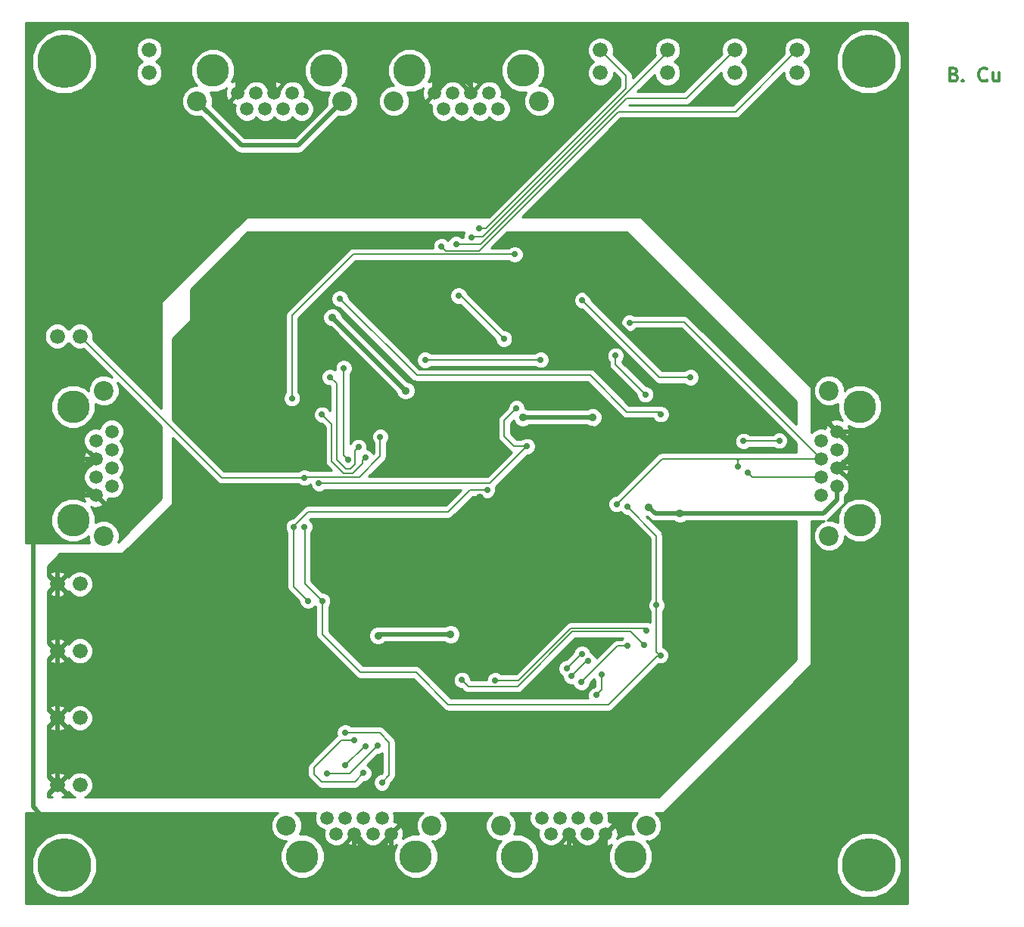
<source format=gbl>
G04 (created by PCBNEW (2013-07-07 BZR 4022)-stable) date 9/18/2013 12:24:05*
%MOIN*%
G04 Gerber Fmt 3.4, Leading zero omitted, Abs format*
%FSLAX34Y34*%
G01*
G70*
G90*
G04 APERTURE LIST*
%ADD10C,0.00590551*%
%ADD11C,0.011811*%
%ADD12C,0.23622*%
%ADD13C,0.066*%
%ADD14C,0.1437*%
%ADD15C,0.0591*%
%ADD16C,0.0866142*%
%ADD17C,0.035*%
%ADD18C,0.0275591*%
%ADD19C,0.019685*%
%ADD20C,0.00787402*%
%ADD21C,0.01*%
G04 APERTURE END LIST*
G54D10*
G54D11*
X51397Y-11189D02*
X51482Y-11217D01*
X51510Y-11245D01*
X51538Y-11302D01*
X51538Y-11386D01*
X51510Y-11442D01*
X51482Y-11470D01*
X51425Y-11498D01*
X51200Y-11498D01*
X51200Y-10908D01*
X51397Y-10908D01*
X51453Y-10936D01*
X51482Y-10964D01*
X51510Y-11020D01*
X51510Y-11077D01*
X51482Y-11133D01*
X51453Y-11161D01*
X51397Y-11189D01*
X51200Y-11189D01*
X51791Y-11442D02*
X51819Y-11470D01*
X51791Y-11498D01*
X51763Y-11470D01*
X51791Y-11442D01*
X51791Y-11498D01*
X52859Y-11442D02*
X52831Y-11470D01*
X52747Y-11498D01*
X52691Y-11498D01*
X52606Y-11470D01*
X52550Y-11414D01*
X52522Y-11358D01*
X52494Y-11245D01*
X52494Y-11161D01*
X52522Y-11048D01*
X52550Y-10992D01*
X52606Y-10936D01*
X52691Y-10908D01*
X52747Y-10908D01*
X52831Y-10936D01*
X52859Y-10964D01*
X53366Y-11105D02*
X53366Y-11498D01*
X53113Y-11105D02*
X53113Y-11414D01*
X53141Y-11470D01*
X53197Y-11498D01*
X53281Y-11498D01*
X53338Y-11470D01*
X53366Y-11442D01*
G54D12*
X12204Y-10629D03*
X47637Y-10629D03*
X47637Y-46062D03*
X12204Y-46062D03*
G54D13*
X44488Y-10129D03*
X44488Y-11129D03*
X41732Y-10129D03*
X41732Y-11129D03*
X38779Y-10129D03*
X38779Y-11129D03*
X35826Y-10129D03*
X35826Y-11129D03*
X11901Y-42519D03*
X12901Y-42519D03*
X11901Y-39566D03*
X12901Y-39566D03*
X11901Y-36614D03*
X12901Y-36614D03*
X11901Y-33661D03*
X12901Y-33661D03*
X15944Y-10129D03*
X15944Y-11129D03*
X12901Y-22736D03*
X11901Y-22736D03*
G54D14*
X47244Y-25846D03*
X47244Y-30846D03*
G54D15*
X46244Y-26940D03*
X45543Y-27342D03*
X46244Y-27744D03*
X45543Y-28145D03*
X46244Y-28547D03*
X45543Y-28948D03*
X46244Y-29350D03*
X45543Y-29751D03*
G54D16*
X45893Y-25145D03*
X45893Y-31547D03*
G54D14*
X12598Y-30846D03*
X12598Y-25846D03*
G54D15*
X13598Y-29751D03*
X14299Y-29350D03*
X13598Y-28948D03*
X14299Y-28547D03*
X13598Y-28145D03*
X14299Y-27744D03*
X13598Y-27342D03*
X14299Y-26940D03*
G54D16*
X13948Y-31547D03*
X13948Y-25145D03*
G54D14*
X27421Y-11023D03*
X32421Y-11023D03*
G54D15*
X28515Y-12023D03*
X28917Y-12724D03*
X29318Y-12023D03*
X29720Y-12724D03*
X30122Y-12023D03*
X30523Y-12724D03*
X30925Y-12023D03*
X31326Y-12724D03*
G54D16*
X26720Y-12374D03*
X33122Y-12374D03*
G54D14*
X18759Y-11023D03*
X23759Y-11023D03*
G54D15*
X19854Y-12023D03*
X20255Y-12724D03*
X20657Y-12023D03*
X21059Y-12724D03*
X21460Y-12023D03*
X21862Y-12724D03*
X22263Y-12023D03*
X22665Y-12724D03*
G54D16*
X18059Y-12374D03*
X24460Y-12374D03*
G54D14*
X37145Y-45669D03*
X32145Y-45669D03*
G54D15*
X36051Y-44669D03*
X35649Y-43968D03*
X35248Y-44669D03*
X34846Y-43968D03*
X34444Y-44669D03*
X34043Y-43968D03*
X33641Y-44669D03*
X33240Y-43968D03*
G54D16*
X37846Y-44318D03*
X31444Y-44318D03*
G54D14*
X27696Y-45669D03*
X22696Y-45669D03*
G54D15*
X26602Y-44669D03*
X26200Y-43968D03*
X25799Y-44669D03*
X25397Y-43968D03*
X24996Y-44669D03*
X24594Y-43968D03*
X24192Y-44669D03*
X23791Y-43968D03*
G54D16*
X28397Y-44318D03*
X21996Y-44318D03*
G54D17*
X16062Y-21732D03*
X16062Y-22244D03*
X15590Y-22244D03*
G54D18*
X26200Y-42415D03*
X24585Y-40215D03*
X25397Y-42000D03*
X24990Y-40565D03*
X24594Y-41645D03*
X25465Y-40805D03*
X23791Y-42015D03*
X26000Y-40790D03*
X23560Y-26195D03*
X25470Y-28090D03*
X23910Y-24540D03*
X25170Y-27630D03*
X24520Y-24145D03*
X24700Y-28180D03*
X39790Y-24550D03*
X35030Y-21150D03*
X32130Y-25915D03*
X23430Y-29220D03*
X32590Y-27590D03*
X38480Y-26180D03*
X24350Y-21082D03*
X32047Y-19133D03*
X22240Y-25480D03*
X42310Y-28750D03*
X26130Y-27175D03*
X22785Y-28975D03*
X22322Y-31141D03*
X43700Y-27342D03*
X42125Y-27362D03*
X30835Y-29515D03*
X22945Y-34405D03*
G54D17*
X27244Y-25137D03*
X24015Y-21909D03*
X39330Y-30550D03*
X37955Y-30270D03*
X32410Y-26330D03*
X35480Y-26310D03*
X29225Y-35880D03*
X26035Y-35935D03*
G54D18*
X31190Y-37910D03*
X37845Y-35720D03*
X29720Y-37890D03*
X37735Y-36355D03*
X29575Y-20950D03*
X31570Y-22850D03*
X37000Y-36400D03*
X34990Y-37990D03*
X35280Y-37065D03*
X34550Y-37725D03*
X34350Y-37385D03*
X35015Y-36750D03*
X35885Y-37665D03*
X35650Y-38565D03*
X36490Y-23590D03*
X37810Y-25310D03*
X22795Y-31141D03*
X41890Y-28475D03*
X36540Y-30140D03*
X37025Y-30265D03*
X37100Y-22155D03*
X38295Y-34595D03*
X38465Y-36810D03*
X23575Y-34405D03*
X28821Y-18770D03*
X29470Y-18670D03*
X30155Y-18370D03*
X30492Y-17992D03*
X28105Y-23785D03*
X33190Y-23780D03*
G54D17*
X19055Y-21456D03*
X19173Y-22165D03*
X19478Y-21879D03*
X27677Y-19724D03*
X34965Y-30405D03*
X28335Y-19735D03*
X28630Y-29895D03*
X30500Y-29855D03*
X31140Y-19700D03*
X34040Y-35540D03*
X33090Y-36490D03*
G54D19*
X36051Y-44669D02*
X36051Y-46416D01*
X48490Y-36380D02*
X48490Y-30090D01*
X37935Y-46935D02*
X48490Y-36380D01*
X36570Y-46935D02*
X37935Y-46935D01*
X36051Y-46416D02*
X36570Y-46935D01*
X46244Y-28547D02*
X46947Y-28547D01*
X48490Y-30090D02*
X46947Y-28547D01*
X36130Y-44669D02*
X36051Y-44669D01*
X13598Y-29751D02*
X11903Y-29751D01*
X24996Y-45473D02*
X24996Y-44669D01*
X23595Y-46875D02*
X24996Y-45473D01*
X21465Y-46875D02*
X23595Y-46875D01*
X18610Y-44020D02*
X21465Y-46875D01*
X11360Y-44020D02*
X18610Y-44020D01*
X10835Y-43495D02*
X11360Y-44020D01*
X10835Y-30820D02*
X10835Y-43495D01*
X11903Y-29751D02*
X10835Y-30820D01*
X13598Y-28145D02*
X13394Y-28145D01*
X13421Y-29751D02*
X13598Y-29751D01*
X12800Y-29130D02*
X13421Y-29751D01*
X12800Y-28740D02*
X12800Y-29130D01*
X13394Y-28145D02*
X12800Y-28740D01*
X11330Y-16720D02*
X11330Y-26915D01*
X12560Y-28145D02*
X13598Y-28145D01*
X11330Y-26915D02*
X12560Y-28145D01*
X19854Y-12023D02*
X19854Y-10394D01*
X18215Y-9835D02*
X11330Y-16720D01*
X19295Y-9835D02*
X18215Y-9835D01*
X19854Y-10394D02*
X19295Y-9835D01*
X21460Y-12023D02*
X21460Y-11740D01*
X19854Y-11780D02*
X19854Y-12023D01*
X20460Y-11175D02*
X19854Y-11780D01*
X20895Y-11175D02*
X20460Y-11175D01*
X21460Y-11740D02*
X20895Y-11175D01*
X28515Y-12023D02*
X28515Y-10475D01*
X21460Y-10899D02*
X21460Y-12023D01*
X22505Y-9855D02*
X21460Y-10899D01*
X27895Y-9855D02*
X22505Y-9855D01*
X28515Y-10475D02*
X27895Y-9855D01*
X30122Y-12023D02*
X30122Y-11687D01*
X28515Y-11834D02*
X28515Y-12023D01*
X29190Y-11160D02*
X28515Y-11834D01*
X29595Y-11160D02*
X29190Y-11160D01*
X30122Y-11687D02*
X29595Y-11160D01*
X46244Y-26940D02*
X47819Y-26940D01*
X30122Y-11022D02*
X30122Y-12023D01*
X31995Y-9150D02*
X30122Y-11022D01*
X45120Y-9150D02*
X31995Y-9150D01*
X45980Y-10010D02*
X45120Y-9150D01*
X45980Y-11640D02*
X45980Y-10010D01*
X48470Y-14130D02*
X45980Y-11640D01*
X48470Y-26290D02*
X48470Y-14130D01*
X47819Y-26940D02*
X48470Y-26290D01*
X46244Y-28547D02*
X46382Y-28547D01*
X46380Y-26940D02*
X46244Y-26940D01*
X46980Y-27540D02*
X46380Y-26940D01*
X46980Y-27950D02*
X46980Y-27540D01*
X46382Y-28547D02*
X46980Y-27950D01*
X34444Y-44669D02*
X34444Y-44824D01*
X34444Y-44824D02*
X35070Y-45450D01*
X35070Y-45450D02*
X35595Y-45450D01*
X35595Y-45450D02*
X36051Y-44993D01*
X36051Y-44993D02*
X36051Y-44669D01*
X26602Y-44669D02*
X26602Y-46327D01*
X34444Y-45400D02*
X34444Y-44669D01*
X32880Y-46965D02*
X34444Y-45400D01*
X27240Y-46965D02*
X32880Y-46965D01*
X26602Y-46327D02*
X27240Y-46965D01*
X24996Y-44669D02*
X24996Y-44871D01*
X24996Y-44871D02*
X25480Y-45355D01*
X25480Y-45355D02*
X26080Y-45355D01*
X26080Y-45355D02*
X26602Y-44832D01*
X26602Y-44832D02*
X26602Y-44669D01*
G54D20*
X26100Y-40215D02*
X24585Y-40215D01*
X26520Y-40635D02*
X26100Y-40215D01*
X26520Y-42095D02*
X26520Y-40635D01*
X26520Y-42095D02*
X26200Y-42415D01*
X24400Y-40565D02*
X24990Y-40565D01*
X23205Y-41760D02*
X24400Y-40565D01*
X23205Y-42045D02*
X23205Y-41760D01*
X23540Y-42380D02*
X23205Y-42045D01*
X25017Y-42380D02*
X23540Y-42380D01*
X25017Y-42380D02*
X25397Y-42000D01*
X25434Y-40805D02*
X25465Y-40805D01*
X25434Y-40805D02*
X24594Y-41645D01*
X24778Y-42011D02*
X26000Y-40790D01*
X23795Y-42011D02*
X24778Y-42011D01*
X23795Y-42011D02*
X23791Y-42015D01*
X23995Y-26630D02*
X23560Y-26195D01*
X23995Y-28255D02*
X23995Y-26630D01*
X24520Y-28780D02*
X23995Y-28255D01*
X24925Y-28780D02*
X24520Y-28780D01*
X25355Y-28350D02*
X24925Y-28780D01*
X25355Y-28205D02*
X25355Y-28350D01*
X25470Y-28090D02*
X25355Y-28205D01*
X24200Y-24830D02*
X24200Y-28200D01*
X23910Y-24540D02*
X24200Y-24830D01*
X24600Y-28600D02*
X24200Y-28200D01*
X24820Y-28600D02*
X24600Y-28600D01*
X25030Y-28390D02*
X24820Y-28600D01*
X25030Y-27770D02*
X25030Y-28390D01*
X25170Y-27630D02*
X25030Y-27770D01*
X24520Y-28000D02*
X24520Y-24145D01*
X24700Y-28180D02*
X24520Y-28000D01*
X38430Y-24550D02*
X39790Y-24550D01*
X35030Y-21150D02*
X38430Y-24550D01*
X32590Y-27590D02*
X32030Y-27590D01*
X31590Y-26455D02*
X32130Y-25915D01*
X31590Y-27150D02*
X31590Y-26455D01*
X32030Y-27590D02*
X31590Y-27150D01*
X30960Y-29220D02*
X23430Y-29220D01*
X32590Y-27590D02*
X30960Y-29220D01*
X27860Y-24465D02*
X27732Y-24465D01*
X38480Y-26180D02*
X38370Y-26070D01*
X38370Y-26070D02*
X36975Y-26070D01*
X36975Y-26070D02*
X35370Y-24465D01*
X35370Y-24465D02*
X27860Y-24465D01*
X27732Y-24465D02*
X24350Y-21082D01*
X24940Y-19133D02*
X22240Y-21834D01*
X24940Y-19133D02*
X32047Y-19133D01*
X22240Y-21834D02*
X22240Y-25480D01*
X42508Y-28948D02*
X42310Y-28750D01*
X45543Y-28948D02*
X42508Y-28948D01*
X22785Y-28975D02*
X19140Y-28975D01*
X19140Y-28975D02*
X12901Y-22736D01*
X26130Y-28020D02*
X26130Y-27175D01*
X25212Y-28937D02*
X26130Y-28020D01*
X22822Y-28937D02*
X25212Y-28937D01*
X22785Y-28975D02*
X22822Y-28937D01*
X22315Y-31141D02*
X22315Y-31125D01*
X22322Y-31141D02*
X22315Y-31141D01*
X43681Y-27362D02*
X42125Y-27362D01*
X43681Y-27362D02*
X43700Y-27342D01*
X22315Y-32055D02*
X22315Y-31125D01*
X22315Y-31125D02*
X22960Y-30480D01*
X22960Y-30480D02*
X29125Y-30480D01*
X29125Y-30480D02*
X30090Y-29515D01*
X30090Y-29515D02*
X30835Y-29515D01*
X22945Y-34405D02*
X22315Y-33775D01*
X22315Y-33775D02*
X22315Y-32055D01*
G54D19*
X18059Y-12374D02*
X18059Y-12389D01*
X22503Y-14330D02*
X24460Y-12374D01*
X20000Y-14330D02*
X22503Y-14330D01*
X18059Y-12389D02*
X20000Y-14330D01*
X24015Y-21909D02*
X27244Y-25137D01*
X37955Y-30270D02*
X38235Y-30550D01*
X38235Y-30550D02*
X39330Y-30550D01*
X46244Y-29965D02*
X46244Y-29350D01*
X39330Y-30550D02*
X45660Y-30550D01*
X45660Y-30550D02*
X46244Y-29965D01*
X32410Y-26330D02*
X32430Y-26310D01*
X32430Y-26310D02*
X35480Y-26310D01*
X26090Y-35880D02*
X29225Y-35880D01*
X26035Y-35935D02*
X26090Y-35880D01*
G54D20*
X32220Y-37910D02*
X31190Y-37910D01*
X34520Y-35610D02*
X32220Y-37910D01*
X37735Y-35610D02*
X34520Y-35610D01*
X37845Y-35720D02*
X37735Y-35610D01*
X30000Y-38170D02*
X29720Y-37890D01*
X32182Y-38170D02*
X30000Y-38170D01*
X34585Y-35767D02*
X32182Y-38170D01*
X37147Y-35767D02*
X34585Y-35767D01*
X37735Y-36355D02*
X37147Y-35767D01*
X29670Y-20950D02*
X29575Y-20950D01*
X31570Y-22850D02*
X29670Y-20950D01*
X36580Y-36400D02*
X37000Y-36400D01*
X34990Y-37990D02*
X36580Y-36400D01*
X35210Y-37065D02*
X35280Y-37065D01*
X34550Y-37725D02*
X35210Y-37065D01*
X34350Y-37385D02*
X34985Y-36750D01*
X34985Y-36750D02*
X35015Y-36750D01*
X35885Y-38330D02*
X35885Y-37665D01*
X35650Y-38565D02*
X35885Y-38330D01*
X36490Y-23990D02*
X36490Y-23590D01*
X37810Y-25310D02*
X36490Y-23990D01*
X22805Y-31151D02*
X22805Y-32040D01*
X22795Y-31141D02*
X22805Y-31151D01*
X41890Y-28208D02*
X41889Y-28208D01*
X41889Y-28208D02*
X41826Y-28145D01*
X41890Y-28475D02*
X41890Y-28208D01*
X41890Y-28208D02*
X41952Y-28145D01*
X38465Y-36810D02*
X38340Y-36810D01*
X23575Y-35875D02*
X23575Y-34405D01*
X25255Y-37555D02*
X23575Y-35875D01*
X27700Y-37555D02*
X25255Y-37555D01*
X29130Y-38985D02*
X27700Y-37555D01*
X36165Y-38985D02*
X29130Y-38985D01*
X38340Y-36810D02*
X36165Y-38985D01*
X38534Y-28145D02*
X41826Y-28145D01*
X36540Y-30140D02*
X38534Y-28145D01*
X41826Y-28145D02*
X41952Y-28145D01*
X41952Y-28145D02*
X45543Y-28145D01*
X38295Y-34595D02*
X38295Y-31535D01*
X38295Y-31535D02*
X37025Y-30265D01*
X37100Y-22155D02*
X37145Y-22110D01*
X37145Y-22110D02*
X39507Y-22110D01*
X39507Y-22110D02*
X45543Y-28145D01*
X38295Y-36640D02*
X38295Y-34595D01*
X38465Y-36810D02*
X38295Y-36640D01*
X23575Y-34405D02*
X22805Y-33635D01*
X22805Y-33635D02*
X22805Y-32040D01*
X44488Y-10129D02*
X41773Y-12845D01*
X36610Y-12845D02*
X41773Y-12845D01*
X30485Y-18970D02*
X36610Y-12845D01*
X29021Y-18970D02*
X30485Y-18970D01*
X29021Y-18970D02*
X28821Y-18770D01*
X29470Y-18670D02*
X30562Y-18670D01*
X30562Y-18670D02*
X36977Y-12255D01*
X41732Y-10129D02*
X39607Y-12255D01*
X36977Y-12255D02*
X39607Y-12255D01*
X38779Y-10129D02*
X38779Y-10230D01*
X30657Y-18352D02*
X38779Y-10230D01*
X30172Y-18352D02*
X30657Y-18352D01*
X30172Y-18352D02*
X30155Y-18370D01*
X30492Y-17992D02*
X30794Y-17992D01*
X30794Y-17992D02*
X36955Y-11831D01*
X36955Y-11831D02*
X36955Y-11258D01*
X35826Y-10129D02*
X36955Y-11258D01*
X33185Y-23785D02*
X28105Y-23785D01*
X33190Y-23780D02*
X33185Y-23785D01*
G54D19*
X31140Y-19700D02*
X28370Y-19700D01*
X28335Y-19735D02*
X28370Y-19700D01*
X11901Y-33661D02*
X11901Y-32968D01*
X22175Y-29895D02*
X28630Y-29895D01*
X19310Y-32760D02*
X22175Y-29895D01*
X12110Y-32760D02*
X19310Y-32760D01*
X11901Y-32968D02*
X12110Y-32760D01*
X34965Y-30405D02*
X34965Y-29775D01*
X34115Y-19700D02*
X31140Y-19700D01*
X37305Y-22890D02*
X34115Y-19700D01*
X39135Y-22890D02*
X37305Y-22890D01*
X40620Y-24375D02*
X39135Y-22890D01*
X40620Y-25665D02*
X40620Y-24375D01*
X39195Y-27090D02*
X40620Y-25665D01*
X37650Y-27090D02*
X39195Y-27090D01*
X34965Y-29775D02*
X37650Y-27090D01*
X34965Y-30405D02*
X31050Y-30405D01*
X31050Y-30405D02*
X30500Y-29855D01*
X34040Y-35540D02*
X34040Y-31330D01*
X34040Y-31330D02*
X34965Y-30405D01*
X33090Y-36490D02*
X34040Y-35540D01*
X11901Y-39566D02*
X11901Y-42519D01*
X11901Y-36614D02*
X11901Y-39566D01*
X11901Y-33661D02*
X11901Y-36614D01*
G54D10*
G36*
X44438Y-27856D02*
X44088Y-27856D01*
X44088Y-27265D01*
X44029Y-27123D01*
X43920Y-27013D01*
X43778Y-26954D01*
X43623Y-26954D01*
X43481Y-27013D01*
X43422Y-27072D01*
X42385Y-27072D01*
X42345Y-27033D01*
X42203Y-26974D01*
X42049Y-26974D01*
X41906Y-27033D01*
X41797Y-27142D01*
X41738Y-27284D01*
X41738Y-27439D01*
X41797Y-27581D01*
X41906Y-27690D01*
X42048Y-27749D01*
X42202Y-27750D01*
X42345Y-27691D01*
X42385Y-27651D01*
X43461Y-27651D01*
X43480Y-27671D01*
X43623Y-27730D01*
X43777Y-27730D01*
X43920Y-27671D01*
X44029Y-27562D01*
X44088Y-27419D01*
X44088Y-27265D01*
X44088Y-27856D01*
X41952Y-27856D01*
X41826Y-27856D01*
X40177Y-27856D01*
X40177Y-24473D01*
X40118Y-24330D01*
X40009Y-24221D01*
X39867Y-24162D01*
X39713Y-24162D01*
X39570Y-24221D01*
X39530Y-24260D01*
X38549Y-24260D01*
X35417Y-21128D01*
X35417Y-21073D01*
X35358Y-20930D01*
X35249Y-20821D01*
X35107Y-20762D01*
X34953Y-20762D01*
X34810Y-20821D01*
X34701Y-20930D01*
X34642Y-21072D01*
X34642Y-21226D01*
X34701Y-21369D01*
X34810Y-21478D01*
X34952Y-21537D01*
X35008Y-21537D01*
X38225Y-24754D01*
X38225Y-24754D01*
X38319Y-24817D01*
X38430Y-24839D01*
X39530Y-24839D01*
X39570Y-24878D01*
X39712Y-24937D01*
X39866Y-24937D01*
X40009Y-24878D01*
X40118Y-24769D01*
X40177Y-24627D01*
X40177Y-24473D01*
X40177Y-27856D01*
X38867Y-27856D01*
X38867Y-26103D01*
X38808Y-25960D01*
X38699Y-25851D01*
X38557Y-25792D01*
X38427Y-25792D01*
X38427Y-25792D01*
X38370Y-25780D01*
X38197Y-25780D01*
X38197Y-25233D01*
X38138Y-25090D01*
X38029Y-24981D01*
X37887Y-24922D01*
X37831Y-24922D01*
X36779Y-23870D01*
X36779Y-23849D01*
X36818Y-23809D01*
X36877Y-23667D01*
X36877Y-23513D01*
X36818Y-23370D01*
X36709Y-23261D01*
X36567Y-23202D01*
X36413Y-23202D01*
X36270Y-23261D01*
X36161Y-23370D01*
X36102Y-23512D01*
X36102Y-23666D01*
X36161Y-23809D01*
X36200Y-23849D01*
X36200Y-23990D01*
X36222Y-24100D01*
X36285Y-24194D01*
X37422Y-25331D01*
X37422Y-25386D01*
X37481Y-25529D01*
X37590Y-25638D01*
X37732Y-25697D01*
X37886Y-25697D01*
X38029Y-25638D01*
X38138Y-25529D01*
X38197Y-25387D01*
X38197Y-25233D01*
X38197Y-25780D01*
X37094Y-25780D01*
X35574Y-24260D01*
X35480Y-24197D01*
X35370Y-24175D01*
X33577Y-24175D01*
X33577Y-23703D01*
X33518Y-23560D01*
X33409Y-23451D01*
X33267Y-23392D01*
X33113Y-23392D01*
X32970Y-23451D01*
X32925Y-23495D01*
X31957Y-23495D01*
X31957Y-22773D01*
X31898Y-22630D01*
X31789Y-22521D01*
X31647Y-22462D01*
X31591Y-22462D01*
X29934Y-20805D01*
X29903Y-20730D01*
X29794Y-20621D01*
X29652Y-20562D01*
X29498Y-20562D01*
X29355Y-20621D01*
X29246Y-20730D01*
X29187Y-20872D01*
X29187Y-21026D01*
X29246Y-21169D01*
X29355Y-21278D01*
X29497Y-21337D01*
X29648Y-21337D01*
X31182Y-22871D01*
X31182Y-22926D01*
X31241Y-23069D01*
X31350Y-23178D01*
X31492Y-23237D01*
X31646Y-23237D01*
X31789Y-23178D01*
X31898Y-23069D01*
X31957Y-22927D01*
X31957Y-22773D01*
X31957Y-23495D01*
X28364Y-23495D01*
X28324Y-23456D01*
X28182Y-23397D01*
X28028Y-23397D01*
X27885Y-23456D01*
X27776Y-23565D01*
X27717Y-23707D01*
X27717Y-23861D01*
X27776Y-24004D01*
X27885Y-24113D01*
X28027Y-24172D01*
X28181Y-24172D01*
X28324Y-24113D01*
X28364Y-24074D01*
X32935Y-24074D01*
X32970Y-24108D01*
X33112Y-24167D01*
X33266Y-24167D01*
X33409Y-24108D01*
X33518Y-23999D01*
X33577Y-23857D01*
X33577Y-23703D01*
X33577Y-24175D01*
X27860Y-24175D01*
X27852Y-24175D01*
X24738Y-21061D01*
X24738Y-21005D01*
X24679Y-20863D01*
X24570Y-20754D01*
X24427Y-20694D01*
X24273Y-20694D01*
X24131Y-20753D01*
X24021Y-20862D01*
X23962Y-21005D01*
X23962Y-21159D01*
X24021Y-21302D01*
X24130Y-21411D01*
X24272Y-21470D01*
X24328Y-21470D01*
X27528Y-24669D01*
X27528Y-24669D01*
X27621Y-24732D01*
X27732Y-24754D01*
X27860Y-24754D01*
X35250Y-24754D01*
X36770Y-26274D01*
X36770Y-26274D01*
X36864Y-26337D01*
X36864Y-26337D01*
X36882Y-26340D01*
X36975Y-26359D01*
X38134Y-26359D01*
X38151Y-26399D01*
X38260Y-26508D01*
X38402Y-26567D01*
X38556Y-26567D01*
X38699Y-26508D01*
X38808Y-26399D01*
X38867Y-26257D01*
X38867Y-26103D01*
X38867Y-27856D01*
X38534Y-27856D01*
X38423Y-27878D01*
X38329Y-27941D01*
X36518Y-29752D01*
X36463Y-29752D01*
X36320Y-29811D01*
X36211Y-29920D01*
X36152Y-30062D01*
X36152Y-30216D01*
X36211Y-30359D01*
X36320Y-30468D01*
X36462Y-30527D01*
X36616Y-30527D01*
X36703Y-30491D01*
X36805Y-30593D01*
X36947Y-30652D01*
X37003Y-30652D01*
X38005Y-31654D01*
X38005Y-34335D01*
X37966Y-34375D01*
X37907Y-34517D01*
X37907Y-34671D01*
X37966Y-34814D01*
X38005Y-34854D01*
X38005Y-35366D01*
X37922Y-35332D01*
X37792Y-35332D01*
X37792Y-35332D01*
X37735Y-35320D01*
X34520Y-35320D01*
X34409Y-35342D01*
X34378Y-35363D01*
X34315Y-35405D01*
X32100Y-37620D01*
X31449Y-37620D01*
X31409Y-37581D01*
X31267Y-37522D01*
X31113Y-37522D01*
X30970Y-37581D01*
X30861Y-37690D01*
X30802Y-37832D01*
X30802Y-37880D01*
X30119Y-37880D01*
X30107Y-37868D01*
X30107Y-37813D01*
X30048Y-37670D01*
X29939Y-37561D01*
X29797Y-37502D01*
X29650Y-37502D01*
X29650Y-35795D01*
X29585Y-35639D01*
X29466Y-35519D01*
X29309Y-35455D01*
X29140Y-35454D01*
X28984Y-35519D01*
X28972Y-35531D01*
X26171Y-35531D01*
X26119Y-35510D01*
X25950Y-35509D01*
X25794Y-35574D01*
X25674Y-35693D01*
X25610Y-35850D01*
X25609Y-36019D01*
X25674Y-36175D01*
X25793Y-36295D01*
X25950Y-36359D01*
X26119Y-36360D01*
X26275Y-36295D01*
X26342Y-36228D01*
X28972Y-36228D01*
X28983Y-36240D01*
X29140Y-36304D01*
X29309Y-36305D01*
X29465Y-36240D01*
X29585Y-36121D01*
X29649Y-35964D01*
X29650Y-35795D01*
X29650Y-37502D01*
X29643Y-37502D01*
X29500Y-37561D01*
X29391Y-37670D01*
X29332Y-37812D01*
X29332Y-37966D01*
X29391Y-38109D01*
X29500Y-38218D01*
X29642Y-38277D01*
X29698Y-38277D01*
X29795Y-38374D01*
X29795Y-38374D01*
X29858Y-38416D01*
X29889Y-38437D01*
X29889Y-38437D01*
X30000Y-38459D01*
X32182Y-38459D01*
X32182Y-38459D01*
X32293Y-38437D01*
X32387Y-38374D01*
X34705Y-36056D01*
X36814Y-36056D01*
X36780Y-36071D01*
X36740Y-36110D01*
X36580Y-36110D01*
X36469Y-36132D01*
X36438Y-36153D01*
X36375Y-36195D01*
X35642Y-36927D01*
X35608Y-36845D01*
X35499Y-36736D01*
X35402Y-36696D01*
X35402Y-36673D01*
X35343Y-36530D01*
X35234Y-36421D01*
X35092Y-36362D01*
X34938Y-36362D01*
X34795Y-36421D01*
X34686Y-36530D01*
X34627Y-36672D01*
X34627Y-36698D01*
X34328Y-36997D01*
X34273Y-36997D01*
X34130Y-37056D01*
X34021Y-37165D01*
X33962Y-37307D01*
X33962Y-37461D01*
X34021Y-37604D01*
X34130Y-37713D01*
X34162Y-37726D01*
X34162Y-37801D01*
X34221Y-37944D01*
X34330Y-38053D01*
X34472Y-38112D01*
X34621Y-38112D01*
X34661Y-38209D01*
X34770Y-38318D01*
X34912Y-38377D01*
X35066Y-38377D01*
X35209Y-38318D01*
X35318Y-38209D01*
X35377Y-38067D01*
X35377Y-38011D01*
X35541Y-37848D01*
X35556Y-37884D01*
X35595Y-37924D01*
X35595Y-38177D01*
X35573Y-38177D01*
X35430Y-38236D01*
X35321Y-38345D01*
X35262Y-38487D01*
X35262Y-38641D01*
X35284Y-38695D01*
X29249Y-38695D01*
X27904Y-37350D01*
X27810Y-37287D01*
X27700Y-37265D01*
X25374Y-37265D01*
X23864Y-35755D01*
X23864Y-34664D01*
X23903Y-34624D01*
X23962Y-34482D01*
X23962Y-34328D01*
X23903Y-34185D01*
X23794Y-34076D01*
X23652Y-34017D01*
X23596Y-34017D01*
X23094Y-33515D01*
X23094Y-32040D01*
X23094Y-31391D01*
X23123Y-31361D01*
X23183Y-31219D01*
X23183Y-31064D01*
X23124Y-30922D01*
X23025Y-30823D01*
X23079Y-30769D01*
X29125Y-30769D01*
X29125Y-30769D01*
X29235Y-30747D01*
X29329Y-30684D01*
X30209Y-29804D01*
X30575Y-29804D01*
X30615Y-29843D01*
X30757Y-29902D01*
X30911Y-29902D01*
X31054Y-29843D01*
X31163Y-29734D01*
X31222Y-29592D01*
X31222Y-29438D01*
X31201Y-29387D01*
X32611Y-27977D01*
X32666Y-27977D01*
X32809Y-27918D01*
X32918Y-27809D01*
X32977Y-27667D01*
X32977Y-27513D01*
X32918Y-27370D01*
X32809Y-27261D01*
X32667Y-27202D01*
X32513Y-27202D01*
X32370Y-27261D01*
X32330Y-27300D01*
X32149Y-27300D01*
X31879Y-27030D01*
X31879Y-26574D01*
X32001Y-26453D01*
X32049Y-26570D01*
X32168Y-26690D01*
X32325Y-26754D01*
X32494Y-26755D01*
X32650Y-26690D01*
X32682Y-26658D01*
X35227Y-26658D01*
X35238Y-26670D01*
X35395Y-26734D01*
X35564Y-26735D01*
X35720Y-26670D01*
X35840Y-26551D01*
X35904Y-26394D01*
X35905Y-26225D01*
X35840Y-26069D01*
X35721Y-25949D01*
X35564Y-25885D01*
X35395Y-25884D01*
X35239Y-25949D01*
X35227Y-25961D01*
X32630Y-25961D01*
X32517Y-25914D01*
X32517Y-25838D01*
X32458Y-25695D01*
X32349Y-25586D01*
X32207Y-25527D01*
X32053Y-25527D01*
X31910Y-25586D01*
X31801Y-25695D01*
X31742Y-25837D01*
X31742Y-25893D01*
X31385Y-26250D01*
X31322Y-26344D01*
X31300Y-26455D01*
X31300Y-27150D01*
X31322Y-27260D01*
X31385Y-27354D01*
X31825Y-27794D01*
X31825Y-27794D01*
X31915Y-27855D01*
X30840Y-28930D01*
X27669Y-28930D01*
X27669Y-25053D01*
X27604Y-24897D01*
X27485Y-24777D01*
X27329Y-24712D01*
X27311Y-24712D01*
X24440Y-21841D01*
X24440Y-21825D01*
X24376Y-21669D01*
X24256Y-21549D01*
X24100Y-21484D01*
X23931Y-21484D01*
X23775Y-21548D01*
X23655Y-21668D01*
X23590Y-21824D01*
X23590Y-21993D01*
X23655Y-22149D01*
X23774Y-22269D01*
X23930Y-22334D01*
X23947Y-22334D01*
X26819Y-25205D01*
X26819Y-25221D01*
X26883Y-25378D01*
X27003Y-25497D01*
X27159Y-25562D01*
X27328Y-25562D01*
X27484Y-25498D01*
X27604Y-25378D01*
X27669Y-25222D01*
X27669Y-25053D01*
X27669Y-28930D01*
X25628Y-28930D01*
X26334Y-28224D01*
X26334Y-28224D01*
X26397Y-28130D01*
X26419Y-28020D01*
X26419Y-28020D01*
X26419Y-27434D01*
X26458Y-27394D01*
X26517Y-27252D01*
X26517Y-27098D01*
X26458Y-26955D01*
X26349Y-26846D01*
X26207Y-26787D01*
X26053Y-26787D01*
X25910Y-26846D01*
X25801Y-26955D01*
X25742Y-27097D01*
X25742Y-27251D01*
X25801Y-27394D01*
X25840Y-27434D01*
X25840Y-27900D01*
X25819Y-27921D01*
X25798Y-27870D01*
X25689Y-27761D01*
X25557Y-27706D01*
X25557Y-27553D01*
X25498Y-27410D01*
X25389Y-27301D01*
X25247Y-27242D01*
X25093Y-27242D01*
X24950Y-27301D01*
X24841Y-27410D01*
X24809Y-27487D01*
X24809Y-24404D01*
X24848Y-24364D01*
X24907Y-24222D01*
X24907Y-24068D01*
X24848Y-23925D01*
X24739Y-23816D01*
X24597Y-23757D01*
X24443Y-23757D01*
X24300Y-23816D01*
X24191Y-23925D01*
X24132Y-24067D01*
X24132Y-24213D01*
X24129Y-24211D01*
X23987Y-24152D01*
X23833Y-24152D01*
X23690Y-24211D01*
X23581Y-24320D01*
X23522Y-24462D01*
X23522Y-24616D01*
X23581Y-24759D01*
X23690Y-24868D01*
X23832Y-24927D01*
X23888Y-24927D01*
X23910Y-24949D01*
X23910Y-26028D01*
X23888Y-25975D01*
X23779Y-25866D01*
X23637Y-25807D01*
X23483Y-25807D01*
X23340Y-25866D01*
X23231Y-25975D01*
X23172Y-26117D01*
X23172Y-26271D01*
X23231Y-26414D01*
X23340Y-26523D01*
X23482Y-26582D01*
X23538Y-26582D01*
X23705Y-26749D01*
X23705Y-28255D01*
X23727Y-28365D01*
X23790Y-28459D01*
X23978Y-28648D01*
X23006Y-28648D01*
X23004Y-28646D01*
X22862Y-28587D01*
X22708Y-28587D01*
X22565Y-28646D01*
X22525Y-28685D01*
X19260Y-28685D01*
X16979Y-26404D01*
X16979Y-22855D01*
X17766Y-22067D01*
X17766Y-20690D01*
X20296Y-18160D01*
X29822Y-18160D01*
X29767Y-18292D01*
X29767Y-18380D01*
X29729Y-18380D01*
X29689Y-18341D01*
X29547Y-18282D01*
X29393Y-18282D01*
X29250Y-18341D01*
X29141Y-18450D01*
X29114Y-18514D01*
X29041Y-18441D01*
X28898Y-18382D01*
X28744Y-18382D01*
X28601Y-18441D01*
X28492Y-18550D01*
X28433Y-18692D01*
X28433Y-18844D01*
X24940Y-18844D01*
X24830Y-18866D01*
X24799Y-18887D01*
X24736Y-18929D01*
X22035Y-21630D01*
X21972Y-21724D01*
X21950Y-21834D01*
X21950Y-25220D01*
X21911Y-25260D01*
X21852Y-25402D01*
X21852Y-25556D01*
X21911Y-25699D01*
X22020Y-25808D01*
X22162Y-25867D01*
X22316Y-25867D01*
X22459Y-25808D01*
X22568Y-25699D01*
X22627Y-25557D01*
X22627Y-25403D01*
X22568Y-25260D01*
X22529Y-25220D01*
X22529Y-21954D01*
X25060Y-19423D01*
X31788Y-19423D01*
X31827Y-19462D01*
X31969Y-19521D01*
X32124Y-19521D01*
X32266Y-19462D01*
X32375Y-19353D01*
X32434Y-19211D01*
X32435Y-19057D01*
X32376Y-18914D01*
X32267Y-18805D01*
X32124Y-18746D01*
X31970Y-18745D01*
X31827Y-18804D01*
X31788Y-18844D01*
X31019Y-18844D01*
X31703Y-18160D01*
X36987Y-18160D01*
X44438Y-25611D01*
X44438Y-26631D01*
X39712Y-21905D01*
X39618Y-21842D01*
X39507Y-21820D01*
X37305Y-21820D01*
X37177Y-21767D01*
X37023Y-21767D01*
X36880Y-21826D01*
X36771Y-21935D01*
X36712Y-22077D01*
X36712Y-22231D01*
X36771Y-22374D01*
X36880Y-22483D01*
X37022Y-22542D01*
X37176Y-22542D01*
X37319Y-22483D01*
X37404Y-22399D01*
X39387Y-22399D01*
X44438Y-27449D01*
X44438Y-27856D01*
X44438Y-27856D01*
G37*
G54D21*
X44438Y-27856D02*
X44088Y-27856D01*
X44088Y-27265D01*
X44029Y-27123D01*
X43920Y-27013D01*
X43778Y-26954D01*
X43623Y-26954D01*
X43481Y-27013D01*
X43422Y-27072D01*
X42385Y-27072D01*
X42345Y-27033D01*
X42203Y-26974D01*
X42049Y-26974D01*
X41906Y-27033D01*
X41797Y-27142D01*
X41738Y-27284D01*
X41738Y-27439D01*
X41797Y-27581D01*
X41906Y-27690D01*
X42048Y-27749D01*
X42202Y-27750D01*
X42345Y-27691D01*
X42385Y-27651D01*
X43461Y-27651D01*
X43480Y-27671D01*
X43623Y-27730D01*
X43777Y-27730D01*
X43920Y-27671D01*
X44029Y-27562D01*
X44088Y-27419D01*
X44088Y-27265D01*
X44088Y-27856D01*
X41952Y-27856D01*
X41826Y-27856D01*
X40177Y-27856D01*
X40177Y-24473D01*
X40118Y-24330D01*
X40009Y-24221D01*
X39867Y-24162D01*
X39713Y-24162D01*
X39570Y-24221D01*
X39530Y-24260D01*
X38549Y-24260D01*
X35417Y-21128D01*
X35417Y-21073D01*
X35358Y-20930D01*
X35249Y-20821D01*
X35107Y-20762D01*
X34953Y-20762D01*
X34810Y-20821D01*
X34701Y-20930D01*
X34642Y-21072D01*
X34642Y-21226D01*
X34701Y-21369D01*
X34810Y-21478D01*
X34952Y-21537D01*
X35008Y-21537D01*
X38225Y-24754D01*
X38225Y-24754D01*
X38319Y-24817D01*
X38430Y-24839D01*
X39530Y-24839D01*
X39570Y-24878D01*
X39712Y-24937D01*
X39866Y-24937D01*
X40009Y-24878D01*
X40118Y-24769D01*
X40177Y-24627D01*
X40177Y-24473D01*
X40177Y-27856D01*
X38867Y-27856D01*
X38867Y-26103D01*
X38808Y-25960D01*
X38699Y-25851D01*
X38557Y-25792D01*
X38427Y-25792D01*
X38427Y-25792D01*
X38370Y-25780D01*
X38197Y-25780D01*
X38197Y-25233D01*
X38138Y-25090D01*
X38029Y-24981D01*
X37887Y-24922D01*
X37831Y-24922D01*
X36779Y-23870D01*
X36779Y-23849D01*
X36818Y-23809D01*
X36877Y-23667D01*
X36877Y-23513D01*
X36818Y-23370D01*
X36709Y-23261D01*
X36567Y-23202D01*
X36413Y-23202D01*
X36270Y-23261D01*
X36161Y-23370D01*
X36102Y-23512D01*
X36102Y-23666D01*
X36161Y-23809D01*
X36200Y-23849D01*
X36200Y-23990D01*
X36222Y-24100D01*
X36285Y-24194D01*
X37422Y-25331D01*
X37422Y-25386D01*
X37481Y-25529D01*
X37590Y-25638D01*
X37732Y-25697D01*
X37886Y-25697D01*
X38029Y-25638D01*
X38138Y-25529D01*
X38197Y-25387D01*
X38197Y-25233D01*
X38197Y-25780D01*
X37094Y-25780D01*
X35574Y-24260D01*
X35480Y-24197D01*
X35370Y-24175D01*
X33577Y-24175D01*
X33577Y-23703D01*
X33518Y-23560D01*
X33409Y-23451D01*
X33267Y-23392D01*
X33113Y-23392D01*
X32970Y-23451D01*
X32925Y-23495D01*
X31957Y-23495D01*
X31957Y-22773D01*
X31898Y-22630D01*
X31789Y-22521D01*
X31647Y-22462D01*
X31591Y-22462D01*
X29934Y-20805D01*
X29903Y-20730D01*
X29794Y-20621D01*
X29652Y-20562D01*
X29498Y-20562D01*
X29355Y-20621D01*
X29246Y-20730D01*
X29187Y-20872D01*
X29187Y-21026D01*
X29246Y-21169D01*
X29355Y-21278D01*
X29497Y-21337D01*
X29648Y-21337D01*
X31182Y-22871D01*
X31182Y-22926D01*
X31241Y-23069D01*
X31350Y-23178D01*
X31492Y-23237D01*
X31646Y-23237D01*
X31789Y-23178D01*
X31898Y-23069D01*
X31957Y-22927D01*
X31957Y-22773D01*
X31957Y-23495D01*
X28364Y-23495D01*
X28324Y-23456D01*
X28182Y-23397D01*
X28028Y-23397D01*
X27885Y-23456D01*
X27776Y-23565D01*
X27717Y-23707D01*
X27717Y-23861D01*
X27776Y-24004D01*
X27885Y-24113D01*
X28027Y-24172D01*
X28181Y-24172D01*
X28324Y-24113D01*
X28364Y-24074D01*
X32935Y-24074D01*
X32970Y-24108D01*
X33112Y-24167D01*
X33266Y-24167D01*
X33409Y-24108D01*
X33518Y-23999D01*
X33577Y-23857D01*
X33577Y-23703D01*
X33577Y-24175D01*
X27860Y-24175D01*
X27852Y-24175D01*
X24738Y-21061D01*
X24738Y-21005D01*
X24679Y-20863D01*
X24570Y-20754D01*
X24427Y-20694D01*
X24273Y-20694D01*
X24131Y-20753D01*
X24021Y-20862D01*
X23962Y-21005D01*
X23962Y-21159D01*
X24021Y-21302D01*
X24130Y-21411D01*
X24272Y-21470D01*
X24328Y-21470D01*
X27528Y-24669D01*
X27528Y-24669D01*
X27621Y-24732D01*
X27732Y-24754D01*
X27860Y-24754D01*
X35250Y-24754D01*
X36770Y-26274D01*
X36770Y-26274D01*
X36864Y-26337D01*
X36864Y-26337D01*
X36882Y-26340D01*
X36975Y-26359D01*
X38134Y-26359D01*
X38151Y-26399D01*
X38260Y-26508D01*
X38402Y-26567D01*
X38556Y-26567D01*
X38699Y-26508D01*
X38808Y-26399D01*
X38867Y-26257D01*
X38867Y-26103D01*
X38867Y-27856D01*
X38534Y-27856D01*
X38423Y-27878D01*
X38329Y-27941D01*
X36518Y-29752D01*
X36463Y-29752D01*
X36320Y-29811D01*
X36211Y-29920D01*
X36152Y-30062D01*
X36152Y-30216D01*
X36211Y-30359D01*
X36320Y-30468D01*
X36462Y-30527D01*
X36616Y-30527D01*
X36703Y-30491D01*
X36805Y-30593D01*
X36947Y-30652D01*
X37003Y-30652D01*
X38005Y-31654D01*
X38005Y-34335D01*
X37966Y-34375D01*
X37907Y-34517D01*
X37907Y-34671D01*
X37966Y-34814D01*
X38005Y-34854D01*
X38005Y-35366D01*
X37922Y-35332D01*
X37792Y-35332D01*
X37792Y-35332D01*
X37735Y-35320D01*
X34520Y-35320D01*
X34409Y-35342D01*
X34378Y-35363D01*
X34315Y-35405D01*
X32100Y-37620D01*
X31449Y-37620D01*
X31409Y-37581D01*
X31267Y-37522D01*
X31113Y-37522D01*
X30970Y-37581D01*
X30861Y-37690D01*
X30802Y-37832D01*
X30802Y-37880D01*
X30119Y-37880D01*
X30107Y-37868D01*
X30107Y-37813D01*
X30048Y-37670D01*
X29939Y-37561D01*
X29797Y-37502D01*
X29650Y-37502D01*
X29650Y-35795D01*
X29585Y-35639D01*
X29466Y-35519D01*
X29309Y-35455D01*
X29140Y-35454D01*
X28984Y-35519D01*
X28972Y-35531D01*
X26171Y-35531D01*
X26119Y-35510D01*
X25950Y-35509D01*
X25794Y-35574D01*
X25674Y-35693D01*
X25610Y-35850D01*
X25609Y-36019D01*
X25674Y-36175D01*
X25793Y-36295D01*
X25950Y-36359D01*
X26119Y-36360D01*
X26275Y-36295D01*
X26342Y-36228D01*
X28972Y-36228D01*
X28983Y-36240D01*
X29140Y-36304D01*
X29309Y-36305D01*
X29465Y-36240D01*
X29585Y-36121D01*
X29649Y-35964D01*
X29650Y-35795D01*
X29650Y-37502D01*
X29643Y-37502D01*
X29500Y-37561D01*
X29391Y-37670D01*
X29332Y-37812D01*
X29332Y-37966D01*
X29391Y-38109D01*
X29500Y-38218D01*
X29642Y-38277D01*
X29698Y-38277D01*
X29795Y-38374D01*
X29795Y-38374D01*
X29858Y-38416D01*
X29889Y-38437D01*
X29889Y-38437D01*
X30000Y-38459D01*
X32182Y-38459D01*
X32182Y-38459D01*
X32293Y-38437D01*
X32387Y-38374D01*
X34705Y-36056D01*
X36814Y-36056D01*
X36780Y-36071D01*
X36740Y-36110D01*
X36580Y-36110D01*
X36469Y-36132D01*
X36438Y-36153D01*
X36375Y-36195D01*
X35642Y-36927D01*
X35608Y-36845D01*
X35499Y-36736D01*
X35402Y-36696D01*
X35402Y-36673D01*
X35343Y-36530D01*
X35234Y-36421D01*
X35092Y-36362D01*
X34938Y-36362D01*
X34795Y-36421D01*
X34686Y-36530D01*
X34627Y-36672D01*
X34627Y-36698D01*
X34328Y-36997D01*
X34273Y-36997D01*
X34130Y-37056D01*
X34021Y-37165D01*
X33962Y-37307D01*
X33962Y-37461D01*
X34021Y-37604D01*
X34130Y-37713D01*
X34162Y-37726D01*
X34162Y-37801D01*
X34221Y-37944D01*
X34330Y-38053D01*
X34472Y-38112D01*
X34621Y-38112D01*
X34661Y-38209D01*
X34770Y-38318D01*
X34912Y-38377D01*
X35066Y-38377D01*
X35209Y-38318D01*
X35318Y-38209D01*
X35377Y-38067D01*
X35377Y-38011D01*
X35541Y-37848D01*
X35556Y-37884D01*
X35595Y-37924D01*
X35595Y-38177D01*
X35573Y-38177D01*
X35430Y-38236D01*
X35321Y-38345D01*
X35262Y-38487D01*
X35262Y-38641D01*
X35284Y-38695D01*
X29249Y-38695D01*
X27904Y-37350D01*
X27810Y-37287D01*
X27700Y-37265D01*
X25374Y-37265D01*
X23864Y-35755D01*
X23864Y-34664D01*
X23903Y-34624D01*
X23962Y-34482D01*
X23962Y-34328D01*
X23903Y-34185D01*
X23794Y-34076D01*
X23652Y-34017D01*
X23596Y-34017D01*
X23094Y-33515D01*
X23094Y-32040D01*
X23094Y-31391D01*
X23123Y-31361D01*
X23183Y-31219D01*
X23183Y-31064D01*
X23124Y-30922D01*
X23025Y-30823D01*
X23079Y-30769D01*
X29125Y-30769D01*
X29125Y-30769D01*
X29235Y-30747D01*
X29329Y-30684D01*
X30209Y-29804D01*
X30575Y-29804D01*
X30615Y-29843D01*
X30757Y-29902D01*
X30911Y-29902D01*
X31054Y-29843D01*
X31163Y-29734D01*
X31222Y-29592D01*
X31222Y-29438D01*
X31201Y-29387D01*
X32611Y-27977D01*
X32666Y-27977D01*
X32809Y-27918D01*
X32918Y-27809D01*
X32977Y-27667D01*
X32977Y-27513D01*
X32918Y-27370D01*
X32809Y-27261D01*
X32667Y-27202D01*
X32513Y-27202D01*
X32370Y-27261D01*
X32330Y-27300D01*
X32149Y-27300D01*
X31879Y-27030D01*
X31879Y-26574D01*
X32001Y-26453D01*
X32049Y-26570D01*
X32168Y-26690D01*
X32325Y-26754D01*
X32494Y-26755D01*
X32650Y-26690D01*
X32682Y-26658D01*
X35227Y-26658D01*
X35238Y-26670D01*
X35395Y-26734D01*
X35564Y-26735D01*
X35720Y-26670D01*
X35840Y-26551D01*
X35904Y-26394D01*
X35905Y-26225D01*
X35840Y-26069D01*
X35721Y-25949D01*
X35564Y-25885D01*
X35395Y-25884D01*
X35239Y-25949D01*
X35227Y-25961D01*
X32630Y-25961D01*
X32517Y-25914D01*
X32517Y-25838D01*
X32458Y-25695D01*
X32349Y-25586D01*
X32207Y-25527D01*
X32053Y-25527D01*
X31910Y-25586D01*
X31801Y-25695D01*
X31742Y-25837D01*
X31742Y-25893D01*
X31385Y-26250D01*
X31322Y-26344D01*
X31300Y-26455D01*
X31300Y-27150D01*
X31322Y-27260D01*
X31385Y-27354D01*
X31825Y-27794D01*
X31825Y-27794D01*
X31915Y-27855D01*
X30840Y-28930D01*
X27669Y-28930D01*
X27669Y-25053D01*
X27604Y-24897D01*
X27485Y-24777D01*
X27329Y-24712D01*
X27311Y-24712D01*
X24440Y-21841D01*
X24440Y-21825D01*
X24376Y-21669D01*
X24256Y-21549D01*
X24100Y-21484D01*
X23931Y-21484D01*
X23775Y-21548D01*
X23655Y-21668D01*
X23590Y-21824D01*
X23590Y-21993D01*
X23655Y-22149D01*
X23774Y-22269D01*
X23930Y-22334D01*
X23947Y-22334D01*
X26819Y-25205D01*
X26819Y-25221D01*
X26883Y-25378D01*
X27003Y-25497D01*
X27159Y-25562D01*
X27328Y-25562D01*
X27484Y-25498D01*
X27604Y-25378D01*
X27669Y-25222D01*
X27669Y-25053D01*
X27669Y-28930D01*
X25628Y-28930D01*
X26334Y-28224D01*
X26334Y-28224D01*
X26397Y-28130D01*
X26419Y-28020D01*
X26419Y-28020D01*
X26419Y-27434D01*
X26458Y-27394D01*
X26517Y-27252D01*
X26517Y-27098D01*
X26458Y-26955D01*
X26349Y-26846D01*
X26207Y-26787D01*
X26053Y-26787D01*
X25910Y-26846D01*
X25801Y-26955D01*
X25742Y-27097D01*
X25742Y-27251D01*
X25801Y-27394D01*
X25840Y-27434D01*
X25840Y-27900D01*
X25819Y-27921D01*
X25798Y-27870D01*
X25689Y-27761D01*
X25557Y-27706D01*
X25557Y-27553D01*
X25498Y-27410D01*
X25389Y-27301D01*
X25247Y-27242D01*
X25093Y-27242D01*
X24950Y-27301D01*
X24841Y-27410D01*
X24809Y-27487D01*
X24809Y-24404D01*
X24848Y-24364D01*
X24907Y-24222D01*
X24907Y-24068D01*
X24848Y-23925D01*
X24739Y-23816D01*
X24597Y-23757D01*
X24443Y-23757D01*
X24300Y-23816D01*
X24191Y-23925D01*
X24132Y-24067D01*
X24132Y-24213D01*
X24129Y-24211D01*
X23987Y-24152D01*
X23833Y-24152D01*
X23690Y-24211D01*
X23581Y-24320D01*
X23522Y-24462D01*
X23522Y-24616D01*
X23581Y-24759D01*
X23690Y-24868D01*
X23832Y-24927D01*
X23888Y-24927D01*
X23910Y-24949D01*
X23910Y-26028D01*
X23888Y-25975D01*
X23779Y-25866D01*
X23637Y-25807D01*
X23483Y-25807D01*
X23340Y-25866D01*
X23231Y-25975D01*
X23172Y-26117D01*
X23172Y-26271D01*
X23231Y-26414D01*
X23340Y-26523D01*
X23482Y-26582D01*
X23538Y-26582D01*
X23705Y-26749D01*
X23705Y-28255D01*
X23727Y-28365D01*
X23790Y-28459D01*
X23978Y-28648D01*
X23006Y-28648D01*
X23004Y-28646D01*
X22862Y-28587D01*
X22708Y-28587D01*
X22565Y-28646D01*
X22525Y-28685D01*
X19260Y-28685D01*
X16979Y-26404D01*
X16979Y-22855D01*
X17766Y-22067D01*
X17766Y-20690D01*
X20296Y-18160D01*
X29822Y-18160D01*
X29767Y-18292D01*
X29767Y-18380D01*
X29729Y-18380D01*
X29689Y-18341D01*
X29547Y-18282D01*
X29393Y-18282D01*
X29250Y-18341D01*
X29141Y-18450D01*
X29114Y-18514D01*
X29041Y-18441D01*
X28898Y-18382D01*
X28744Y-18382D01*
X28601Y-18441D01*
X28492Y-18550D01*
X28433Y-18692D01*
X28433Y-18844D01*
X24940Y-18844D01*
X24830Y-18866D01*
X24799Y-18887D01*
X24736Y-18929D01*
X22035Y-21630D01*
X21972Y-21724D01*
X21950Y-21834D01*
X21950Y-25220D01*
X21911Y-25260D01*
X21852Y-25402D01*
X21852Y-25556D01*
X21911Y-25699D01*
X22020Y-25808D01*
X22162Y-25867D01*
X22316Y-25867D01*
X22459Y-25808D01*
X22568Y-25699D01*
X22627Y-25557D01*
X22627Y-25403D01*
X22568Y-25260D01*
X22529Y-25220D01*
X22529Y-21954D01*
X25060Y-19423D01*
X31788Y-19423D01*
X31827Y-19462D01*
X31969Y-19521D01*
X32124Y-19521D01*
X32266Y-19462D01*
X32375Y-19353D01*
X32434Y-19211D01*
X32435Y-19057D01*
X32376Y-18914D01*
X32267Y-18805D01*
X32124Y-18746D01*
X31970Y-18745D01*
X31827Y-18804D01*
X31788Y-18844D01*
X31019Y-18844D01*
X31703Y-18160D01*
X36987Y-18160D01*
X44438Y-25611D01*
X44438Y-26631D01*
X39712Y-21905D01*
X39618Y-21842D01*
X39507Y-21820D01*
X37305Y-21820D01*
X37177Y-21767D01*
X37023Y-21767D01*
X36880Y-21826D01*
X36771Y-21935D01*
X36712Y-22077D01*
X36712Y-22231D01*
X36771Y-22374D01*
X36880Y-22483D01*
X37022Y-22542D01*
X37176Y-22542D01*
X37319Y-22483D01*
X37404Y-22399D01*
X39387Y-22399D01*
X44438Y-27449D01*
X44438Y-27856D01*
G54D10*
G36*
X44438Y-36987D02*
X38365Y-43060D01*
X26809Y-43060D01*
X26809Y-42095D01*
X26809Y-40635D01*
X26787Y-40524D01*
X26724Y-40430D01*
X26724Y-40430D01*
X26304Y-40010D01*
X26210Y-39947D01*
X26100Y-39925D01*
X24844Y-39925D01*
X24804Y-39886D01*
X24662Y-39827D01*
X24508Y-39827D01*
X24365Y-39886D01*
X24256Y-39995D01*
X24197Y-40137D01*
X24197Y-40291D01*
X24218Y-40344D01*
X24195Y-40360D01*
X23000Y-41555D01*
X22937Y-41649D01*
X22915Y-41760D01*
X22915Y-42045D01*
X22937Y-42155D01*
X23000Y-42249D01*
X23335Y-42584D01*
X23335Y-42584D01*
X23429Y-42647D01*
X23540Y-42669D01*
X25017Y-42669D01*
X25017Y-42669D01*
X25128Y-42647D01*
X25222Y-42584D01*
X25419Y-42387D01*
X25474Y-42387D01*
X25617Y-42328D01*
X25726Y-42219D01*
X25785Y-42077D01*
X25785Y-41923D01*
X25726Y-41780D01*
X25617Y-41671D01*
X25554Y-41645D01*
X26021Y-41177D01*
X26076Y-41177D01*
X26219Y-41118D01*
X26230Y-41107D01*
X26230Y-41975D01*
X26179Y-42027D01*
X26123Y-42027D01*
X25981Y-42086D01*
X25872Y-42195D01*
X25813Y-42337D01*
X25812Y-42491D01*
X25871Y-42634D01*
X25980Y-42743D01*
X26123Y-42802D01*
X26277Y-42802D01*
X26420Y-42743D01*
X26529Y-42634D01*
X26588Y-42492D01*
X26588Y-42436D01*
X26724Y-42300D01*
X26724Y-42300D01*
X26787Y-42206D01*
X26809Y-42095D01*
X26809Y-42095D01*
X26809Y-43060D01*
X13112Y-43060D01*
X13229Y-43011D01*
X13392Y-42848D01*
X13481Y-42635D01*
X13481Y-42404D01*
X13481Y-39452D01*
X13481Y-36499D01*
X13481Y-33546D01*
X13393Y-33333D01*
X13230Y-33170D01*
X13017Y-33081D01*
X12786Y-33081D01*
X12573Y-33169D01*
X12410Y-33332D01*
X12401Y-33353D01*
X12309Y-33324D01*
X12238Y-33395D01*
X12238Y-33253D01*
X12207Y-33155D01*
X11990Y-33076D01*
X11760Y-33087D01*
X11595Y-33155D01*
X11564Y-33253D01*
X11901Y-33590D01*
X12238Y-33253D01*
X12238Y-33395D01*
X11972Y-33661D01*
X12309Y-33998D01*
X12401Y-33969D01*
X12409Y-33989D01*
X12572Y-34152D01*
X12785Y-34241D01*
X13016Y-34241D01*
X13229Y-34153D01*
X13392Y-33990D01*
X13481Y-33777D01*
X13481Y-33546D01*
X13481Y-36499D01*
X13393Y-36286D01*
X13230Y-36122D01*
X13017Y-36034D01*
X12786Y-36034D01*
X12573Y-36122D01*
X12410Y-36285D01*
X12401Y-36306D01*
X12309Y-36277D01*
X12238Y-36347D01*
X12238Y-36206D01*
X12238Y-34069D01*
X11901Y-33732D01*
X11564Y-34069D01*
X11595Y-34167D01*
X11812Y-34246D01*
X12043Y-34235D01*
X12207Y-34167D01*
X12238Y-34069D01*
X12238Y-36206D01*
X12207Y-36108D01*
X11990Y-36029D01*
X11760Y-36040D01*
X11595Y-36108D01*
X11564Y-36206D01*
X11901Y-36543D01*
X12238Y-36206D01*
X12238Y-36347D01*
X11972Y-36614D01*
X12309Y-36951D01*
X12401Y-36922D01*
X12409Y-36942D01*
X12572Y-37105D01*
X12785Y-37194D01*
X13016Y-37194D01*
X13229Y-37106D01*
X13392Y-36943D01*
X13481Y-36730D01*
X13481Y-36499D01*
X13481Y-39452D01*
X13393Y-39238D01*
X13230Y-39075D01*
X13017Y-38987D01*
X12786Y-38986D01*
X12573Y-39074D01*
X12410Y-39237D01*
X12401Y-39259D01*
X12309Y-39229D01*
X12238Y-39300D01*
X12238Y-39159D01*
X12238Y-37021D01*
X11901Y-36684D01*
X11564Y-37021D01*
X11595Y-37120D01*
X11812Y-37198D01*
X12043Y-37188D01*
X12207Y-37120D01*
X12238Y-37021D01*
X12238Y-39159D01*
X12207Y-39060D01*
X11990Y-38982D01*
X11760Y-38992D01*
X11595Y-39060D01*
X11564Y-39159D01*
X11901Y-39496D01*
X12238Y-39159D01*
X12238Y-39300D01*
X11972Y-39566D01*
X12309Y-39903D01*
X12401Y-39874D01*
X12409Y-39895D01*
X12572Y-40058D01*
X12785Y-40146D01*
X13016Y-40147D01*
X13229Y-40058D01*
X13392Y-39895D01*
X13481Y-39682D01*
X13481Y-39452D01*
X13481Y-42404D01*
X13393Y-42191D01*
X13230Y-42028D01*
X13017Y-41939D01*
X12786Y-41939D01*
X12573Y-42027D01*
X12410Y-42190D01*
X12401Y-42211D01*
X12309Y-42182D01*
X12238Y-42253D01*
X12238Y-42112D01*
X12238Y-39974D01*
X11901Y-39637D01*
X11564Y-39974D01*
X11595Y-40073D01*
X11812Y-40151D01*
X12043Y-40141D01*
X12207Y-40073D01*
X12238Y-39974D01*
X12238Y-42112D01*
X12207Y-42013D01*
X11990Y-41935D01*
X11760Y-41945D01*
X11595Y-42013D01*
X11564Y-42112D01*
X11901Y-42448D01*
X12238Y-42112D01*
X12238Y-42253D01*
X11972Y-42519D01*
X12309Y-42856D01*
X12401Y-42827D01*
X12409Y-42847D01*
X12572Y-43011D01*
X12690Y-43060D01*
X12124Y-43060D01*
X12207Y-43025D01*
X12238Y-42927D01*
X11901Y-42590D01*
X11564Y-42927D01*
X11595Y-43025D01*
X11690Y-43060D01*
X11467Y-43060D01*
X11467Y-42848D01*
X11493Y-42856D01*
X11830Y-42519D01*
X11493Y-42182D01*
X11467Y-42191D01*
X11467Y-39895D01*
X11493Y-39903D01*
X11830Y-39566D01*
X11493Y-39229D01*
X11467Y-39238D01*
X11467Y-36942D01*
X11493Y-36951D01*
X11830Y-36614D01*
X11493Y-36277D01*
X11467Y-36285D01*
X11467Y-33989D01*
X11493Y-33998D01*
X11830Y-33661D01*
X11493Y-33324D01*
X11467Y-33332D01*
X11467Y-32894D01*
X12028Y-32333D01*
X14784Y-32333D01*
X16979Y-30138D01*
X16979Y-27223D01*
X18935Y-29179D01*
X18935Y-29179D01*
X19029Y-29242D01*
X19140Y-29264D01*
X22525Y-29264D01*
X22565Y-29303D01*
X22707Y-29362D01*
X22861Y-29362D01*
X23004Y-29303D01*
X23042Y-29266D01*
X23042Y-29296D01*
X23101Y-29439D01*
X23210Y-29548D01*
X23352Y-29607D01*
X23506Y-29607D01*
X23649Y-29548D01*
X23689Y-29509D01*
X29686Y-29509D01*
X29005Y-30190D01*
X22960Y-30190D01*
X22849Y-30212D01*
X22755Y-30275D01*
X22276Y-30753D01*
X22246Y-30753D01*
X22103Y-30812D01*
X21994Y-30921D01*
X21935Y-31064D01*
X21934Y-31218D01*
X21993Y-31361D01*
X22025Y-31392D01*
X22025Y-32055D01*
X22025Y-33775D01*
X22047Y-33885D01*
X22110Y-33979D01*
X22557Y-34426D01*
X22557Y-34481D01*
X22616Y-34624D01*
X22725Y-34733D01*
X22867Y-34792D01*
X23021Y-34792D01*
X23164Y-34733D01*
X23260Y-34638D01*
X23285Y-34664D01*
X23285Y-35875D01*
X23307Y-35985D01*
X23370Y-36079D01*
X25050Y-37759D01*
X25050Y-37759D01*
X25144Y-37822D01*
X25255Y-37844D01*
X27580Y-37844D01*
X28925Y-39189D01*
X28925Y-39189D01*
X29019Y-39252D01*
X29019Y-39252D01*
X29037Y-39255D01*
X29130Y-39274D01*
X36165Y-39274D01*
X36165Y-39274D01*
X36275Y-39252D01*
X36369Y-39189D01*
X38369Y-37190D01*
X38387Y-37197D01*
X38541Y-37197D01*
X38684Y-37138D01*
X38793Y-37029D01*
X38852Y-36887D01*
X38852Y-36733D01*
X38793Y-36590D01*
X38684Y-36481D01*
X38584Y-36439D01*
X38584Y-34854D01*
X38623Y-34814D01*
X38682Y-34672D01*
X38682Y-34518D01*
X38623Y-34375D01*
X38584Y-34335D01*
X38584Y-31535D01*
X38562Y-31424D01*
X38499Y-31330D01*
X38499Y-31330D01*
X37859Y-30690D01*
X37870Y-30694D01*
X37887Y-30694D01*
X37988Y-30796D01*
X37988Y-30796D01*
X38101Y-30871D01*
X38235Y-30898D01*
X39077Y-30898D01*
X39088Y-30910D01*
X39245Y-30974D01*
X39414Y-30975D01*
X39570Y-30910D01*
X39582Y-30898D01*
X44438Y-30898D01*
X44438Y-36987D01*
X44438Y-36987D01*
G37*
G54D21*
X44438Y-36987D02*
X38365Y-43060D01*
X26809Y-43060D01*
X26809Y-42095D01*
X26809Y-40635D01*
X26787Y-40524D01*
X26724Y-40430D01*
X26724Y-40430D01*
X26304Y-40010D01*
X26210Y-39947D01*
X26100Y-39925D01*
X24844Y-39925D01*
X24804Y-39886D01*
X24662Y-39827D01*
X24508Y-39827D01*
X24365Y-39886D01*
X24256Y-39995D01*
X24197Y-40137D01*
X24197Y-40291D01*
X24218Y-40344D01*
X24195Y-40360D01*
X23000Y-41555D01*
X22937Y-41649D01*
X22915Y-41760D01*
X22915Y-42045D01*
X22937Y-42155D01*
X23000Y-42249D01*
X23335Y-42584D01*
X23335Y-42584D01*
X23429Y-42647D01*
X23540Y-42669D01*
X25017Y-42669D01*
X25017Y-42669D01*
X25128Y-42647D01*
X25222Y-42584D01*
X25419Y-42387D01*
X25474Y-42387D01*
X25617Y-42328D01*
X25726Y-42219D01*
X25785Y-42077D01*
X25785Y-41923D01*
X25726Y-41780D01*
X25617Y-41671D01*
X25554Y-41645D01*
X26021Y-41177D01*
X26076Y-41177D01*
X26219Y-41118D01*
X26230Y-41107D01*
X26230Y-41975D01*
X26179Y-42027D01*
X26123Y-42027D01*
X25981Y-42086D01*
X25872Y-42195D01*
X25813Y-42337D01*
X25812Y-42491D01*
X25871Y-42634D01*
X25980Y-42743D01*
X26123Y-42802D01*
X26277Y-42802D01*
X26420Y-42743D01*
X26529Y-42634D01*
X26588Y-42492D01*
X26588Y-42436D01*
X26724Y-42300D01*
X26724Y-42300D01*
X26787Y-42206D01*
X26809Y-42095D01*
X26809Y-42095D01*
X26809Y-43060D01*
X13112Y-43060D01*
X13229Y-43011D01*
X13392Y-42848D01*
X13481Y-42635D01*
X13481Y-42404D01*
X13481Y-39452D01*
X13481Y-36499D01*
X13481Y-33546D01*
X13393Y-33333D01*
X13230Y-33170D01*
X13017Y-33081D01*
X12786Y-33081D01*
X12573Y-33169D01*
X12410Y-33332D01*
X12401Y-33353D01*
X12309Y-33324D01*
X12238Y-33395D01*
X12238Y-33253D01*
X12207Y-33155D01*
X11990Y-33076D01*
X11760Y-33087D01*
X11595Y-33155D01*
X11564Y-33253D01*
X11901Y-33590D01*
X12238Y-33253D01*
X12238Y-33395D01*
X11972Y-33661D01*
X12309Y-33998D01*
X12401Y-33969D01*
X12409Y-33989D01*
X12572Y-34152D01*
X12785Y-34241D01*
X13016Y-34241D01*
X13229Y-34153D01*
X13392Y-33990D01*
X13481Y-33777D01*
X13481Y-33546D01*
X13481Y-36499D01*
X13393Y-36286D01*
X13230Y-36122D01*
X13017Y-36034D01*
X12786Y-36034D01*
X12573Y-36122D01*
X12410Y-36285D01*
X12401Y-36306D01*
X12309Y-36277D01*
X12238Y-36347D01*
X12238Y-36206D01*
X12238Y-34069D01*
X11901Y-33732D01*
X11564Y-34069D01*
X11595Y-34167D01*
X11812Y-34246D01*
X12043Y-34235D01*
X12207Y-34167D01*
X12238Y-34069D01*
X12238Y-36206D01*
X12207Y-36108D01*
X11990Y-36029D01*
X11760Y-36040D01*
X11595Y-36108D01*
X11564Y-36206D01*
X11901Y-36543D01*
X12238Y-36206D01*
X12238Y-36347D01*
X11972Y-36614D01*
X12309Y-36951D01*
X12401Y-36922D01*
X12409Y-36942D01*
X12572Y-37105D01*
X12785Y-37194D01*
X13016Y-37194D01*
X13229Y-37106D01*
X13392Y-36943D01*
X13481Y-36730D01*
X13481Y-36499D01*
X13481Y-39452D01*
X13393Y-39238D01*
X13230Y-39075D01*
X13017Y-38987D01*
X12786Y-38986D01*
X12573Y-39074D01*
X12410Y-39237D01*
X12401Y-39259D01*
X12309Y-39229D01*
X12238Y-39300D01*
X12238Y-39159D01*
X12238Y-37021D01*
X11901Y-36684D01*
X11564Y-37021D01*
X11595Y-37120D01*
X11812Y-37198D01*
X12043Y-37188D01*
X12207Y-37120D01*
X12238Y-37021D01*
X12238Y-39159D01*
X12207Y-39060D01*
X11990Y-38982D01*
X11760Y-38992D01*
X11595Y-39060D01*
X11564Y-39159D01*
X11901Y-39496D01*
X12238Y-39159D01*
X12238Y-39300D01*
X11972Y-39566D01*
X12309Y-39903D01*
X12401Y-39874D01*
X12409Y-39895D01*
X12572Y-40058D01*
X12785Y-40146D01*
X13016Y-40147D01*
X13229Y-40058D01*
X13392Y-39895D01*
X13481Y-39682D01*
X13481Y-39452D01*
X13481Y-42404D01*
X13393Y-42191D01*
X13230Y-42028D01*
X13017Y-41939D01*
X12786Y-41939D01*
X12573Y-42027D01*
X12410Y-42190D01*
X12401Y-42211D01*
X12309Y-42182D01*
X12238Y-42253D01*
X12238Y-42112D01*
X12238Y-39974D01*
X11901Y-39637D01*
X11564Y-39974D01*
X11595Y-40073D01*
X11812Y-40151D01*
X12043Y-40141D01*
X12207Y-40073D01*
X12238Y-39974D01*
X12238Y-42112D01*
X12207Y-42013D01*
X11990Y-41935D01*
X11760Y-41945D01*
X11595Y-42013D01*
X11564Y-42112D01*
X11901Y-42448D01*
X12238Y-42112D01*
X12238Y-42253D01*
X11972Y-42519D01*
X12309Y-42856D01*
X12401Y-42827D01*
X12409Y-42847D01*
X12572Y-43011D01*
X12690Y-43060D01*
X12124Y-43060D01*
X12207Y-43025D01*
X12238Y-42927D01*
X11901Y-42590D01*
X11564Y-42927D01*
X11595Y-43025D01*
X11690Y-43060D01*
X11467Y-43060D01*
X11467Y-42848D01*
X11493Y-42856D01*
X11830Y-42519D01*
X11493Y-42182D01*
X11467Y-42191D01*
X11467Y-39895D01*
X11493Y-39903D01*
X11830Y-39566D01*
X11493Y-39229D01*
X11467Y-39238D01*
X11467Y-36942D01*
X11493Y-36951D01*
X11830Y-36614D01*
X11493Y-36277D01*
X11467Y-36285D01*
X11467Y-33989D01*
X11493Y-33998D01*
X11830Y-33661D01*
X11493Y-33324D01*
X11467Y-33332D01*
X11467Y-32894D01*
X12028Y-32333D01*
X14784Y-32333D01*
X16979Y-30138D01*
X16979Y-27223D01*
X18935Y-29179D01*
X18935Y-29179D01*
X19029Y-29242D01*
X19140Y-29264D01*
X22525Y-29264D01*
X22565Y-29303D01*
X22707Y-29362D01*
X22861Y-29362D01*
X23004Y-29303D01*
X23042Y-29266D01*
X23042Y-29296D01*
X23101Y-29439D01*
X23210Y-29548D01*
X23352Y-29607D01*
X23506Y-29607D01*
X23649Y-29548D01*
X23689Y-29509D01*
X29686Y-29509D01*
X29005Y-30190D01*
X22960Y-30190D01*
X22849Y-30212D01*
X22755Y-30275D01*
X22276Y-30753D01*
X22246Y-30753D01*
X22103Y-30812D01*
X21994Y-30921D01*
X21935Y-31064D01*
X21934Y-31218D01*
X21993Y-31361D01*
X22025Y-31392D01*
X22025Y-32055D01*
X22025Y-33775D01*
X22047Y-33885D01*
X22110Y-33979D01*
X22557Y-34426D01*
X22557Y-34481D01*
X22616Y-34624D01*
X22725Y-34733D01*
X22867Y-34792D01*
X23021Y-34792D01*
X23164Y-34733D01*
X23260Y-34638D01*
X23285Y-34664D01*
X23285Y-35875D01*
X23307Y-35985D01*
X23370Y-36079D01*
X25050Y-37759D01*
X25050Y-37759D01*
X25144Y-37822D01*
X25255Y-37844D01*
X27580Y-37844D01*
X28925Y-39189D01*
X28925Y-39189D01*
X29019Y-39252D01*
X29019Y-39252D01*
X29037Y-39255D01*
X29130Y-39274D01*
X36165Y-39274D01*
X36165Y-39274D01*
X36275Y-39252D01*
X36369Y-39189D01*
X38369Y-37190D01*
X38387Y-37197D01*
X38541Y-37197D01*
X38684Y-37138D01*
X38793Y-37029D01*
X38852Y-36887D01*
X38852Y-36733D01*
X38793Y-36590D01*
X38684Y-36481D01*
X38584Y-36439D01*
X38584Y-34854D01*
X38623Y-34814D01*
X38682Y-34672D01*
X38682Y-34518D01*
X38623Y-34375D01*
X38584Y-34335D01*
X38584Y-31535D01*
X38562Y-31424D01*
X38499Y-31330D01*
X38499Y-31330D01*
X37859Y-30690D01*
X37870Y-30694D01*
X37887Y-30694D01*
X37988Y-30796D01*
X37988Y-30796D01*
X38101Y-30871D01*
X38235Y-30898D01*
X39077Y-30898D01*
X39088Y-30910D01*
X39245Y-30974D01*
X39414Y-30975D01*
X39570Y-30910D01*
X39582Y-30898D01*
X44438Y-30898D01*
X44438Y-36987D01*
G54D10*
G36*
X49336Y-47761D02*
X49069Y-47761D01*
X49069Y-45779D01*
X49069Y-10346D01*
X48851Y-9820D01*
X48449Y-9417D01*
X47923Y-9199D01*
X47354Y-9198D01*
X46828Y-9415D01*
X46425Y-9818D01*
X46206Y-10344D01*
X46206Y-10913D01*
X46423Y-11439D01*
X46826Y-11842D01*
X47351Y-12060D01*
X47921Y-12061D01*
X48447Y-11843D01*
X48850Y-11441D01*
X49068Y-10915D01*
X49069Y-10346D01*
X49069Y-45779D01*
X48851Y-45253D01*
X48449Y-44850D01*
X47923Y-44632D01*
X47354Y-44631D01*
X46828Y-44849D01*
X46425Y-45251D01*
X46206Y-45777D01*
X46206Y-46346D01*
X46423Y-46872D01*
X46826Y-47275D01*
X47351Y-47493D01*
X47921Y-47494D01*
X48447Y-47276D01*
X48850Y-46874D01*
X49068Y-46348D01*
X49069Y-45779D01*
X49069Y-47761D01*
X34756Y-47761D01*
X34756Y-45051D01*
X34444Y-44740D01*
X34132Y-45051D01*
X34159Y-45146D01*
X34364Y-45219D01*
X34580Y-45208D01*
X34730Y-45146D01*
X34756Y-45051D01*
X34756Y-47761D01*
X25308Y-47761D01*
X25308Y-45051D01*
X24996Y-44740D01*
X24684Y-45051D01*
X24710Y-45146D01*
X24915Y-45219D01*
X25132Y-45208D01*
X25281Y-45146D01*
X25308Y-45051D01*
X25308Y-47761D01*
X13636Y-47761D01*
X13636Y-45779D01*
X13418Y-45253D01*
X13016Y-44850D01*
X12490Y-44632D01*
X11921Y-44631D01*
X11395Y-44849D01*
X10992Y-45251D01*
X10773Y-45777D01*
X10773Y-46346D01*
X10990Y-46872D01*
X11393Y-47275D01*
X11918Y-47493D01*
X12488Y-47494D01*
X13014Y-47276D01*
X13417Y-46874D01*
X13635Y-46348D01*
X13636Y-45779D01*
X13636Y-47761D01*
X10505Y-47761D01*
X10505Y-43750D01*
X21598Y-43750D01*
X21417Y-43931D01*
X21313Y-44182D01*
X21312Y-44454D01*
X21416Y-44705D01*
X21608Y-44897D01*
X21859Y-45001D01*
X21994Y-45001D01*
X21876Y-45119D01*
X21728Y-45475D01*
X21728Y-45861D01*
X21875Y-46217D01*
X22147Y-46489D01*
X22503Y-46637D01*
X22888Y-46637D01*
X23244Y-46490D01*
X23517Y-46218D01*
X23665Y-45862D01*
X23665Y-45477D01*
X23518Y-45121D01*
X23246Y-44848D01*
X22890Y-44700D01*
X22577Y-44700D01*
X22679Y-44455D01*
X22679Y-44183D01*
X22575Y-43932D01*
X22394Y-43750D01*
X23291Y-43750D01*
X23245Y-43859D01*
X23245Y-44076D01*
X23328Y-44277D01*
X23481Y-44430D01*
X23669Y-44508D01*
X23647Y-44560D01*
X23647Y-44777D01*
X23730Y-44977D01*
X23883Y-45131D01*
X24083Y-45214D01*
X24300Y-45214D01*
X24501Y-45132D01*
X24655Y-44978D01*
X24682Y-44911D01*
X24925Y-44669D01*
X24919Y-44663D01*
X24990Y-44593D01*
X24996Y-44598D01*
X25001Y-44593D01*
X25072Y-44663D01*
X25066Y-44669D01*
X25309Y-44911D01*
X25336Y-44977D01*
X25489Y-45131D01*
X25690Y-45214D01*
X25907Y-45214D01*
X26107Y-45132D01*
X26261Y-44978D01*
X26289Y-44911D01*
X26531Y-44669D01*
X26526Y-44663D01*
X26596Y-44593D01*
X26602Y-44598D01*
X26914Y-44286D01*
X26887Y-44191D01*
X26723Y-44133D01*
X26746Y-44077D01*
X26746Y-43860D01*
X26701Y-43750D01*
X27999Y-43750D01*
X27818Y-43931D01*
X27714Y-44182D01*
X27714Y-44454D01*
X27816Y-44700D01*
X27505Y-44700D01*
X27148Y-44847D01*
X27100Y-44895D01*
X27152Y-44749D01*
X27141Y-44533D01*
X27079Y-44384D01*
X26985Y-44357D01*
X26673Y-44669D01*
X26678Y-44674D01*
X26607Y-44745D01*
X26602Y-44740D01*
X26290Y-45051D01*
X26317Y-45146D01*
X26521Y-45219D01*
X26738Y-45208D01*
X26860Y-45158D01*
X26728Y-45475D01*
X26728Y-45861D01*
X26875Y-46217D01*
X27147Y-46489D01*
X27503Y-46637D01*
X27888Y-46637D01*
X28244Y-46490D01*
X28517Y-46218D01*
X28665Y-45862D01*
X28665Y-45477D01*
X28518Y-45121D01*
X28399Y-45001D01*
X28532Y-45002D01*
X28784Y-44898D01*
X28976Y-44706D01*
X29080Y-44455D01*
X29080Y-44183D01*
X28977Y-43932D01*
X28795Y-43750D01*
X31047Y-43750D01*
X30866Y-43931D01*
X30761Y-44182D01*
X30761Y-44454D01*
X30865Y-44705D01*
X31057Y-44897D01*
X31308Y-45001D01*
X31443Y-45001D01*
X31325Y-45119D01*
X31177Y-45475D01*
X31177Y-45861D01*
X31324Y-46217D01*
X31596Y-46489D01*
X31952Y-46637D01*
X32337Y-46637D01*
X32693Y-46490D01*
X32966Y-46218D01*
X33114Y-45862D01*
X33114Y-45477D01*
X32967Y-45121D01*
X32694Y-44848D01*
X32339Y-44700D01*
X32025Y-44700D01*
X32127Y-44455D01*
X32128Y-44183D01*
X32024Y-43932D01*
X31842Y-43750D01*
X32739Y-43750D01*
X32694Y-43859D01*
X32694Y-44076D01*
X32777Y-44277D01*
X32930Y-44430D01*
X33117Y-44508D01*
X33096Y-44560D01*
X33096Y-44777D01*
X33179Y-44977D01*
X33332Y-45131D01*
X33532Y-45214D01*
X33749Y-45214D01*
X33950Y-45132D01*
X34103Y-44978D01*
X34131Y-44911D01*
X34374Y-44669D01*
X34368Y-44663D01*
X34439Y-44593D01*
X34444Y-44598D01*
X34450Y-44593D01*
X34521Y-44663D01*
X34515Y-44669D01*
X34757Y-44911D01*
X34785Y-44977D01*
X34938Y-45131D01*
X35139Y-45214D01*
X35356Y-45214D01*
X35556Y-45132D01*
X35710Y-44978D01*
X35738Y-44911D01*
X35980Y-44669D01*
X35974Y-44663D01*
X36045Y-44593D01*
X36051Y-44598D01*
X36363Y-44286D01*
X36336Y-44191D01*
X36171Y-44133D01*
X36195Y-44077D01*
X36195Y-43860D01*
X36149Y-43750D01*
X37448Y-43750D01*
X37267Y-43931D01*
X37163Y-44182D01*
X37163Y-44454D01*
X37265Y-44700D01*
X36953Y-44700D01*
X36597Y-44847D01*
X36549Y-44895D01*
X36601Y-44749D01*
X36590Y-44533D01*
X36528Y-44384D01*
X36433Y-44357D01*
X36121Y-44669D01*
X36127Y-44674D01*
X36056Y-44745D01*
X36051Y-44740D01*
X35739Y-45051D01*
X35766Y-45146D01*
X35970Y-45219D01*
X36187Y-45208D01*
X36309Y-45158D01*
X36177Y-45475D01*
X36177Y-45861D01*
X36324Y-46217D01*
X36596Y-46489D01*
X36952Y-46637D01*
X37337Y-46637D01*
X37693Y-46490D01*
X37966Y-46218D01*
X38114Y-45862D01*
X38114Y-45477D01*
X37967Y-45121D01*
X37847Y-45001D01*
X37981Y-45002D01*
X38232Y-44898D01*
X38425Y-44706D01*
X38529Y-44455D01*
X38529Y-44183D01*
X38425Y-43932D01*
X38244Y-43750D01*
X38603Y-43750D01*
X45128Y-37225D01*
X45128Y-30898D01*
X45659Y-30898D01*
X45660Y-30898D01*
X45660Y-30898D01*
X45689Y-30892D01*
X45507Y-30967D01*
X45314Y-31159D01*
X45210Y-31410D01*
X45210Y-31682D01*
X45314Y-31933D01*
X45506Y-32125D01*
X45757Y-32230D01*
X46028Y-32230D01*
X46280Y-32126D01*
X46472Y-31934D01*
X46576Y-31683D01*
X46576Y-31548D01*
X46694Y-31667D01*
X47050Y-31814D01*
X47435Y-31815D01*
X47791Y-31667D01*
X48064Y-31395D01*
X48212Y-31039D01*
X48212Y-30654D01*
X48212Y-25654D01*
X48065Y-25298D01*
X47793Y-25025D01*
X47437Y-24878D01*
X47052Y-24877D01*
X46696Y-25024D01*
X46576Y-25144D01*
X46576Y-25010D01*
X46473Y-24759D01*
X46281Y-24566D01*
X46030Y-24462D01*
X45758Y-24462D01*
X45507Y-24566D01*
X45314Y-24758D01*
X45210Y-25009D01*
X45210Y-25280D01*
X45314Y-25532D01*
X45506Y-25724D01*
X45757Y-25828D01*
X46028Y-25828D01*
X46275Y-25726D01*
X46275Y-26038D01*
X46422Y-26394D01*
X46470Y-26442D01*
X46324Y-26390D01*
X46108Y-26401D01*
X45958Y-26463D01*
X45932Y-26558D01*
X46244Y-26870D01*
X46249Y-26864D01*
X46320Y-26935D01*
X46314Y-26940D01*
X46626Y-27252D01*
X46721Y-27226D01*
X46794Y-27021D01*
X46783Y-26804D01*
X46732Y-26682D01*
X47050Y-26814D01*
X47435Y-26815D01*
X47791Y-26667D01*
X48064Y-26395D01*
X48212Y-26039D01*
X48212Y-25654D01*
X48212Y-30654D01*
X48065Y-30298D01*
X47793Y-30025D01*
X47437Y-29878D01*
X47052Y-29877D01*
X46794Y-29984D01*
X46794Y-28627D01*
X46783Y-28411D01*
X46721Y-28262D01*
X46626Y-28235D01*
X46314Y-28547D01*
X46626Y-28859D01*
X46721Y-28832D01*
X46794Y-28627D01*
X46794Y-29984D01*
X46696Y-30024D01*
X46423Y-30297D01*
X46275Y-30652D01*
X46275Y-30966D01*
X46030Y-30864D01*
X45805Y-30864D01*
X45906Y-30796D01*
X46490Y-30212D01*
X46490Y-30212D01*
X46490Y-30212D01*
X46565Y-30099D01*
X46592Y-29965D01*
X46592Y-29965D01*
X46592Y-29965D01*
X46592Y-29773D01*
X46706Y-29659D01*
X46789Y-29459D01*
X46789Y-29242D01*
X46706Y-29041D01*
X46553Y-28888D01*
X46486Y-28860D01*
X46244Y-28617D01*
X46238Y-28623D01*
X46167Y-28552D01*
X46173Y-28547D01*
X46167Y-28541D01*
X46238Y-28470D01*
X46244Y-28476D01*
X46486Y-28234D01*
X46552Y-28206D01*
X46706Y-28053D01*
X46789Y-27853D01*
X46789Y-27636D01*
X46706Y-27435D01*
X46553Y-27281D01*
X46486Y-27254D01*
X46244Y-27011D01*
X46238Y-27017D01*
X46167Y-26946D01*
X46173Y-26940D01*
X45861Y-26629D01*
X45766Y-26655D01*
X45708Y-26820D01*
X45652Y-26797D01*
X45435Y-26796D01*
X45234Y-26879D01*
X45128Y-26985D01*
X45128Y-24979D01*
X37619Y-17469D01*
X32394Y-17469D01*
X36729Y-13134D01*
X41773Y-13134D01*
X41773Y-13134D01*
X41883Y-13112D01*
X41977Y-13049D01*
X43908Y-11119D01*
X43908Y-11244D01*
X43996Y-11458D01*
X44159Y-11621D01*
X44372Y-11709D01*
X44603Y-11710D01*
X44816Y-11621D01*
X44979Y-11458D01*
X45068Y-11245D01*
X45068Y-11015D01*
X44980Y-10801D01*
X44817Y-10638D01*
X44796Y-10630D01*
X44816Y-10621D01*
X44979Y-10458D01*
X45068Y-10245D01*
X45068Y-10015D01*
X44980Y-9801D01*
X44817Y-9638D01*
X44604Y-9550D01*
X44373Y-9549D01*
X44160Y-9637D01*
X43996Y-9800D01*
X43908Y-10014D01*
X43908Y-10244D01*
X43924Y-10284D01*
X41653Y-12555D01*
X37085Y-12555D01*
X37097Y-12544D01*
X39607Y-12544D01*
X39607Y-12544D01*
X39717Y-12522D01*
X39811Y-12459D01*
X41152Y-11119D01*
X41152Y-11244D01*
X41240Y-11458D01*
X41403Y-11621D01*
X41616Y-11709D01*
X41847Y-11710D01*
X42060Y-11621D01*
X42223Y-11458D01*
X42312Y-11245D01*
X42312Y-11015D01*
X42224Y-10801D01*
X42061Y-10638D01*
X42040Y-10630D01*
X42060Y-10621D01*
X42223Y-10458D01*
X42312Y-10245D01*
X42312Y-10015D01*
X42224Y-9801D01*
X42061Y-9638D01*
X41848Y-9550D01*
X41617Y-9549D01*
X41404Y-9637D01*
X41240Y-9800D01*
X41152Y-10014D01*
X41152Y-10244D01*
X41168Y-10284D01*
X39487Y-11965D01*
X37453Y-11965D01*
X38199Y-11219D01*
X38199Y-11244D01*
X38287Y-11458D01*
X38450Y-11621D01*
X38663Y-11709D01*
X38894Y-11710D01*
X39107Y-11621D01*
X39270Y-11458D01*
X39359Y-11245D01*
X39359Y-11015D01*
X39271Y-10801D01*
X39108Y-10638D01*
X39088Y-10630D01*
X39107Y-10621D01*
X39270Y-10458D01*
X39359Y-10245D01*
X39359Y-10015D01*
X39271Y-9801D01*
X39108Y-9638D01*
X38895Y-9550D01*
X38664Y-9549D01*
X38451Y-9637D01*
X38288Y-9800D01*
X38199Y-10014D01*
X38199Y-10244D01*
X38245Y-10355D01*
X37244Y-11355D01*
X37244Y-11258D01*
X37244Y-11258D01*
X37222Y-11147D01*
X37222Y-11147D01*
X37201Y-11116D01*
X37159Y-11053D01*
X37159Y-11053D01*
X36390Y-10284D01*
X36406Y-10245D01*
X36406Y-10015D01*
X36318Y-9801D01*
X36155Y-9638D01*
X35942Y-9550D01*
X35711Y-9549D01*
X35498Y-9637D01*
X35335Y-9800D01*
X35246Y-10014D01*
X35246Y-10244D01*
X35334Y-10458D01*
X35497Y-10621D01*
X35518Y-10629D01*
X35498Y-10637D01*
X35335Y-10800D01*
X35246Y-11014D01*
X35246Y-11244D01*
X35334Y-11458D01*
X35497Y-11621D01*
X35710Y-11709D01*
X35941Y-11710D01*
X36154Y-11621D01*
X36318Y-11458D01*
X36406Y-11245D01*
X36406Y-11119D01*
X36665Y-11378D01*
X36665Y-11712D01*
X33805Y-14572D01*
X33805Y-12238D01*
X33701Y-11987D01*
X33509Y-11795D01*
X33258Y-11691D01*
X33123Y-11690D01*
X33241Y-11572D01*
X33389Y-11217D01*
X33389Y-10831D01*
X33242Y-10475D01*
X32970Y-10203D01*
X32614Y-10055D01*
X32229Y-10054D01*
X31873Y-10202D01*
X31600Y-10474D01*
X31452Y-10830D01*
X31452Y-11215D01*
X31599Y-11571D01*
X31871Y-11844D01*
X32227Y-11991D01*
X32540Y-11992D01*
X32439Y-12237D01*
X32438Y-12509D01*
X32542Y-12760D01*
X32734Y-12952D01*
X32985Y-13056D01*
X33257Y-13057D01*
X33508Y-12953D01*
X33700Y-12761D01*
X33804Y-12510D01*
X33805Y-12238D01*
X33805Y-14572D01*
X31872Y-16505D01*
X31872Y-12616D01*
X31789Y-12415D01*
X31636Y-12262D01*
X31449Y-12184D01*
X31470Y-12132D01*
X31470Y-11915D01*
X31387Y-11715D01*
X31234Y-11561D01*
X31034Y-11478D01*
X30817Y-11478D01*
X30616Y-11560D01*
X30463Y-11714D01*
X30435Y-11781D01*
X30433Y-11782D01*
X30433Y-11640D01*
X30407Y-11546D01*
X30202Y-11473D01*
X29986Y-11484D01*
X29836Y-11546D01*
X29810Y-11640D01*
X30122Y-11952D01*
X30433Y-11640D01*
X30433Y-11782D01*
X30192Y-12023D01*
X30198Y-12029D01*
X30127Y-12099D01*
X30122Y-12094D01*
X30116Y-12099D01*
X30045Y-12029D01*
X30051Y-12023D01*
X29808Y-11781D01*
X29781Y-11715D01*
X29628Y-11561D01*
X29427Y-11478D01*
X29210Y-11478D01*
X29010Y-11560D01*
X28856Y-11714D01*
X28828Y-11781D01*
X28827Y-11782D01*
X28827Y-11640D01*
X28800Y-11546D01*
X28596Y-11473D01*
X28379Y-11484D01*
X28257Y-11534D01*
X28389Y-11217D01*
X28389Y-10831D01*
X28242Y-10475D01*
X27970Y-10203D01*
X27614Y-10055D01*
X27229Y-10054D01*
X26873Y-10202D01*
X26600Y-10474D01*
X26452Y-10830D01*
X26452Y-11215D01*
X26599Y-11571D01*
X26718Y-11690D01*
X26585Y-11690D01*
X26334Y-11794D01*
X26141Y-11986D01*
X26037Y-12237D01*
X26037Y-12509D01*
X26141Y-12760D01*
X26333Y-12952D01*
X26584Y-13056D01*
X26855Y-13057D01*
X27106Y-12953D01*
X27299Y-12761D01*
X27403Y-12510D01*
X27403Y-12238D01*
X27301Y-11992D01*
X27613Y-11992D01*
X27969Y-11845D01*
X28017Y-11797D01*
X27965Y-11942D01*
X27976Y-12159D01*
X28038Y-12308D01*
X28133Y-12335D01*
X28445Y-12023D01*
X28439Y-12018D01*
X28510Y-11947D01*
X28515Y-11952D01*
X28827Y-11640D01*
X28827Y-11782D01*
X28586Y-12023D01*
X28592Y-12029D01*
X28521Y-12099D01*
X28515Y-12094D01*
X28203Y-12406D01*
X28230Y-12501D01*
X28395Y-12559D01*
X28371Y-12615D01*
X28371Y-12832D01*
X28454Y-13033D01*
X28607Y-13186D01*
X28808Y-13269D01*
X29025Y-13270D01*
X29225Y-13187D01*
X29318Y-13094D01*
X29411Y-13186D01*
X29611Y-13269D01*
X29828Y-13270D01*
X30029Y-13187D01*
X30122Y-13094D01*
X30214Y-13186D01*
X30414Y-13269D01*
X30631Y-13270D01*
X30832Y-13187D01*
X30925Y-13094D01*
X31017Y-13186D01*
X31217Y-13269D01*
X31434Y-13270D01*
X31635Y-13187D01*
X31788Y-13033D01*
X31872Y-12833D01*
X31872Y-12616D01*
X31872Y-16505D01*
X30907Y-17469D01*
X25143Y-17469D01*
X25143Y-12238D01*
X25040Y-11987D01*
X24848Y-11795D01*
X24597Y-11691D01*
X24462Y-11690D01*
X24580Y-11572D01*
X24728Y-11217D01*
X24728Y-10831D01*
X24581Y-10475D01*
X24309Y-10203D01*
X23953Y-10055D01*
X23568Y-10054D01*
X23211Y-10202D01*
X22939Y-10474D01*
X22791Y-10830D01*
X22791Y-11215D01*
X22938Y-11571D01*
X23210Y-11844D01*
X23566Y-11991D01*
X23879Y-11992D01*
X23777Y-12237D01*
X23777Y-12509D01*
X23793Y-12548D01*
X23210Y-13130D01*
X23210Y-12616D01*
X23128Y-12415D01*
X22974Y-12262D01*
X22787Y-12184D01*
X22809Y-12132D01*
X22809Y-11915D01*
X22726Y-11715D01*
X22573Y-11561D01*
X22372Y-11478D01*
X22155Y-11478D01*
X21955Y-11560D01*
X21801Y-11714D01*
X21773Y-11781D01*
X21772Y-11782D01*
X21772Y-11640D01*
X21745Y-11546D01*
X21541Y-11473D01*
X21324Y-11484D01*
X21175Y-11546D01*
X21148Y-11640D01*
X21460Y-11952D01*
X21772Y-11640D01*
X21772Y-11782D01*
X21531Y-12023D01*
X21536Y-12029D01*
X21466Y-12099D01*
X21460Y-12094D01*
X21455Y-12099D01*
X21384Y-12029D01*
X21389Y-12023D01*
X21147Y-11781D01*
X21120Y-11715D01*
X20966Y-11561D01*
X20766Y-11478D01*
X20549Y-11478D01*
X20348Y-11560D01*
X20195Y-11714D01*
X20167Y-11781D01*
X19925Y-12023D01*
X19930Y-12029D01*
X19859Y-12099D01*
X19854Y-12094D01*
X19542Y-12406D01*
X19569Y-12501D01*
X19733Y-12559D01*
X19710Y-12615D01*
X19710Y-12832D01*
X19793Y-13033D01*
X19946Y-13186D01*
X20146Y-13269D01*
X20363Y-13270D01*
X20564Y-13187D01*
X20657Y-13094D01*
X20749Y-13186D01*
X20950Y-13269D01*
X21167Y-13270D01*
X21367Y-13187D01*
X21460Y-13094D01*
X21552Y-13186D01*
X21753Y-13269D01*
X21970Y-13270D01*
X22170Y-13187D01*
X22263Y-13094D01*
X22355Y-13186D01*
X22556Y-13269D01*
X22773Y-13270D01*
X22973Y-13187D01*
X23127Y-13033D01*
X23210Y-12833D01*
X23210Y-12616D01*
X23210Y-13130D01*
X22359Y-13982D01*
X20144Y-13982D01*
X18721Y-12559D01*
X18742Y-12510D01*
X18742Y-12238D01*
X18640Y-11992D01*
X18951Y-11992D01*
X19307Y-11845D01*
X19355Y-11797D01*
X19304Y-11942D01*
X19315Y-12159D01*
X19376Y-12308D01*
X19471Y-12335D01*
X19783Y-12023D01*
X19778Y-12018D01*
X19848Y-11947D01*
X19854Y-11952D01*
X20166Y-11640D01*
X20139Y-11546D01*
X19935Y-11473D01*
X19718Y-11484D01*
X19596Y-11534D01*
X19728Y-11217D01*
X19728Y-10831D01*
X19581Y-10475D01*
X19309Y-10203D01*
X18953Y-10055D01*
X18568Y-10054D01*
X18211Y-10202D01*
X17939Y-10474D01*
X17791Y-10830D01*
X17791Y-11215D01*
X17938Y-11571D01*
X18057Y-11690D01*
X17923Y-11690D01*
X17672Y-11794D01*
X17480Y-11986D01*
X17376Y-12237D01*
X17375Y-12509D01*
X17479Y-12760D01*
X17671Y-12952D01*
X17922Y-13056D01*
X18194Y-13057D01*
X18222Y-13045D01*
X19753Y-14577D01*
X19753Y-14577D01*
X19866Y-14652D01*
X19999Y-14679D01*
X19999Y-14679D01*
X20000Y-14679D01*
X22503Y-14679D01*
X22503Y-14679D01*
X22503Y-14679D01*
X22615Y-14657D01*
X22637Y-14652D01*
X22637Y-14652D01*
X22750Y-14577D01*
X24286Y-13041D01*
X24324Y-13056D01*
X24595Y-13057D01*
X24847Y-12953D01*
X25039Y-12761D01*
X25143Y-12510D01*
X25143Y-12238D01*
X25143Y-17469D01*
X20254Y-17469D01*
X16524Y-21199D01*
X16524Y-11015D01*
X16436Y-10801D01*
X16273Y-10638D01*
X16253Y-10630D01*
X16272Y-10621D01*
X16436Y-10458D01*
X16524Y-10245D01*
X16524Y-10015D01*
X16436Y-9801D01*
X16273Y-9638D01*
X16060Y-9550D01*
X15830Y-9549D01*
X15616Y-9637D01*
X15453Y-9800D01*
X15364Y-10014D01*
X15364Y-10244D01*
X15452Y-10458D01*
X15615Y-10621D01*
X15636Y-10629D01*
X15616Y-10637D01*
X15453Y-10800D01*
X15364Y-11014D01*
X15364Y-11244D01*
X15452Y-11458D01*
X15615Y-11621D01*
X15829Y-11709D01*
X16059Y-11710D01*
X16272Y-11621D01*
X16436Y-11458D01*
X16524Y-11245D01*
X16524Y-11015D01*
X16524Y-21199D01*
X16485Y-21239D01*
X16485Y-21653D01*
X16485Y-25910D01*
X13636Y-23061D01*
X13636Y-10346D01*
X13418Y-9820D01*
X13016Y-9417D01*
X12490Y-9199D01*
X11921Y-9198D01*
X11395Y-9415D01*
X10992Y-9818D01*
X10773Y-10344D01*
X10773Y-10913D01*
X10990Y-11439D01*
X11393Y-11842D01*
X11918Y-12060D01*
X12488Y-12061D01*
X13014Y-11843D01*
X13417Y-11441D01*
X13635Y-10915D01*
X13636Y-10346D01*
X13636Y-23061D01*
X13465Y-22890D01*
X13481Y-22852D01*
X13481Y-22621D01*
X13393Y-22408D01*
X13230Y-22244D01*
X13017Y-22156D01*
X12786Y-22156D01*
X12573Y-22244D01*
X12410Y-22407D01*
X12401Y-22427D01*
X12393Y-22408D01*
X12230Y-22244D01*
X12017Y-22156D01*
X11786Y-22156D01*
X11573Y-22244D01*
X11410Y-22407D01*
X11321Y-22620D01*
X11321Y-22851D01*
X11409Y-23064D01*
X11572Y-23227D01*
X11785Y-23316D01*
X12016Y-23316D01*
X12229Y-23228D01*
X12392Y-23065D01*
X12401Y-23044D01*
X12409Y-23064D01*
X12572Y-23227D01*
X12785Y-23316D01*
X13016Y-23316D01*
X13056Y-23299D01*
X14313Y-24557D01*
X14085Y-24462D01*
X13813Y-24462D01*
X13562Y-24566D01*
X13370Y-24758D01*
X13265Y-25009D01*
X13265Y-25144D01*
X13147Y-25025D01*
X12791Y-24878D01*
X12406Y-24877D01*
X12050Y-25024D01*
X11777Y-25297D01*
X11630Y-25652D01*
X11629Y-26038D01*
X11776Y-26394D01*
X12049Y-26667D01*
X12404Y-26814D01*
X12790Y-26815D01*
X13146Y-26667D01*
X13419Y-26395D01*
X13566Y-26039D01*
X13567Y-25726D01*
X13812Y-25828D01*
X14084Y-25828D01*
X14335Y-25725D01*
X14527Y-25533D01*
X14631Y-25282D01*
X14632Y-25010D01*
X14537Y-24781D01*
X16485Y-26729D01*
X16485Y-29900D01*
X14844Y-31541D01*
X14844Y-29242D01*
X14761Y-29041D01*
X14669Y-28948D01*
X14761Y-28856D01*
X14844Y-28656D01*
X14844Y-28439D01*
X14761Y-28238D01*
X14669Y-28145D01*
X14761Y-28053D01*
X14844Y-27853D01*
X14844Y-27636D01*
X14761Y-27435D01*
X14669Y-27342D01*
X14761Y-27250D01*
X14844Y-27049D01*
X14844Y-26832D01*
X14761Y-26632D01*
X14608Y-26478D01*
X14408Y-26395D01*
X14191Y-26395D01*
X13990Y-26478D01*
X13837Y-26631D01*
X13759Y-26818D01*
X13707Y-26797D01*
X13490Y-26796D01*
X13289Y-26879D01*
X13136Y-27033D01*
X13053Y-27233D01*
X13052Y-27450D01*
X13135Y-27651D01*
X13289Y-27804D01*
X13355Y-27832D01*
X13598Y-28074D01*
X13603Y-28069D01*
X13674Y-28140D01*
X13669Y-28145D01*
X13674Y-28151D01*
X13603Y-28221D01*
X13598Y-28216D01*
X13527Y-28287D01*
X13527Y-28145D01*
X13215Y-27833D01*
X13120Y-27860D01*
X13048Y-28064D01*
X13059Y-28281D01*
X13120Y-28430D01*
X13215Y-28457D01*
X13527Y-28145D01*
X13527Y-28287D01*
X13356Y-28458D01*
X13289Y-28486D01*
X13136Y-28639D01*
X13053Y-28839D01*
X13052Y-29056D01*
X13135Y-29257D01*
X13289Y-29411D01*
X13355Y-29438D01*
X13598Y-29681D01*
X13603Y-29675D01*
X13674Y-29746D01*
X13669Y-29751D01*
X13981Y-30063D01*
X14075Y-30037D01*
X14134Y-29872D01*
X14190Y-29895D01*
X14407Y-29895D01*
X14607Y-29813D01*
X14761Y-29659D01*
X14844Y-29459D01*
X14844Y-29242D01*
X14844Y-31541D01*
X14581Y-31804D01*
X14631Y-31683D01*
X14632Y-31411D01*
X14528Y-31160D01*
X14336Y-30968D01*
X14085Y-30864D01*
X13813Y-30864D01*
X13566Y-30965D01*
X13567Y-30654D01*
X13419Y-30298D01*
X13371Y-30250D01*
X13517Y-30302D01*
X13734Y-30291D01*
X13883Y-30229D01*
X13910Y-30134D01*
X13598Y-29822D01*
X13592Y-29828D01*
X13522Y-29757D01*
X13527Y-29751D01*
X13215Y-29440D01*
X13120Y-29466D01*
X13048Y-29671D01*
X13059Y-29888D01*
X13109Y-30010D01*
X12791Y-29878D01*
X12406Y-29877D01*
X12050Y-30024D01*
X11777Y-30297D01*
X11630Y-30652D01*
X11629Y-31038D01*
X11776Y-31394D01*
X12049Y-31667D01*
X12404Y-31814D01*
X12790Y-31815D01*
X13146Y-31667D01*
X13265Y-31548D01*
X13265Y-31682D01*
X13330Y-31839D01*
X10505Y-31839D01*
X10505Y-8931D01*
X49336Y-8931D01*
X49336Y-47761D01*
X49336Y-47761D01*
G37*
G54D21*
X49336Y-47761D02*
X49069Y-47761D01*
X49069Y-45779D01*
X49069Y-10346D01*
X48851Y-9820D01*
X48449Y-9417D01*
X47923Y-9199D01*
X47354Y-9198D01*
X46828Y-9415D01*
X46425Y-9818D01*
X46206Y-10344D01*
X46206Y-10913D01*
X46423Y-11439D01*
X46826Y-11842D01*
X47351Y-12060D01*
X47921Y-12061D01*
X48447Y-11843D01*
X48850Y-11441D01*
X49068Y-10915D01*
X49069Y-10346D01*
X49069Y-45779D01*
X48851Y-45253D01*
X48449Y-44850D01*
X47923Y-44632D01*
X47354Y-44631D01*
X46828Y-44849D01*
X46425Y-45251D01*
X46206Y-45777D01*
X46206Y-46346D01*
X46423Y-46872D01*
X46826Y-47275D01*
X47351Y-47493D01*
X47921Y-47494D01*
X48447Y-47276D01*
X48850Y-46874D01*
X49068Y-46348D01*
X49069Y-45779D01*
X49069Y-47761D01*
X34756Y-47761D01*
X34756Y-45051D01*
X34444Y-44740D01*
X34132Y-45051D01*
X34159Y-45146D01*
X34364Y-45219D01*
X34580Y-45208D01*
X34730Y-45146D01*
X34756Y-45051D01*
X34756Y-47761D01*
X25308Y-47761D01*
X25308Y-45051D01*
X24996Y-44740D01*
X24684Y-45051D01*
X24710Y-45146D01*
X24915Y-45219D01*
X25132Y-45208D01*
X25281Y-45146D01*
X25308Y-45051D01*
X25308Y-47761D01*
X13636Y-47761D01*
X13636Y-45779D01*
X13418Y-45253D01*
X13016Y-44850D01*
X12490Y-44632D01*
X11921Y-44631D01*
X11395Y-44849D01*
X10992Y-45251D01*
X10773Y-45777D01*
X10773Y-46346D01*
X10990Y-46872D01*
X11393Y-47275D01*
X11918Y-47493D01*
X12488Y-47494D01*
X13014Y-47276D01*
X13417Y-46874D01*
X13635Y-46348D01*
X13636Y-45779D01*
X13636Y-47761D01*
X10505Y-47761D01*
X10505Y-43750D01*
X21598Y-43750D01*
X21417Y-43931D01*
X21313Y-44182D01*
X21312Y-44454D01*
X21416Y-44705D01*
X21608Y-44897D01*
X21859Y-45001D01*
X21994Y-45001D01*
X21876Y-45119D01*
X21728Y-45475D01*
X21728Y-45861D01*
X21875Y-46217D01*
X22147Y-46489D01*
X22503Y-46637D01*
X22888Y-46637D01*
X23244Y-46490D01*
X23517Y-46218D01*
X23665Y-45862D01*
X23665Y-45477D01*
X23518Y-45121D01*
X23246Y-44848D01*
X22890Y-44700D01*
X22577Y-44700D01*
X22679Y-44455D01*
X22679Y-44183D01*
X22575Y-43932D01*
X22394Y-43750D01*
X23291Y-43750D01*
X23245Y-43859D01*
X23245Y-44076D01*
X23328Y-44277D01*
X23481Y-44430D01*
X23669Y-44508D01*
X23647Y-44560D01*
X23647Y-44777D01*
X23730Y-44977D01*
X23883Y-45131D01*
X24083Y-45214D01*
X24300Y-45214D01*
X24501Y-45132D01*
X24655Y-44978D01*
X24682Y-44911D01*
X24925Y-44669D01*
X24919Y-44663D01*
X24990Y-44593D01*
X24996Y-44598D01*
X25001Y-44593D01*
X25072Y-44663D01*
X25066Y-44669D01*
X25309Y-44911D01*
X25336Y-44977D01*
X25489Y-45131D01*
X25690Y-45214D01*
X25907Y-45214D01*
X26107Y-45132D01*
X26261Y-44978D01*
X26289Y-44911D01*
X26531Y-44669D01*
X26526Y-44663D01*
X26596Y-44593D01*
X26602Y-44598D01*
X26914Y-44286D01*
X26887Y-44191D01*
X26723Y-44133D01*
X26746Y-44077D01*
X26746Y-43860D01*
X26701Y-43750D01*
X27999Y-43750D01*
X27818Y-43931D01*
X27714Y-44182D01*
X27714Y-44454D01*
X27816Y-44700D01*
X27505Y-44700D01*
X27148Y-44847D01*
X27100Y-44895D01*
X27152Y-44749D01*
X27141Y-44533D01*
X27079Y-44384D01*
X26985Y-44357D01*
X26673Y-44669D01*
X26678Y-44674D01*
X26607Y-44745D01*
X26602Y-44740D01*
X26290Y-45051D01*
X26317Y-45146D01*
X26521Y-45219D01*
X26738Y-45208D01*
X26860Y-45158D01*
X26728Y-45475D01*
X26728Y-45861D01*
X26875Y-46217D01*
X27147Y-46489D01*
X27503Y-46637D01*
X27888Y-46637D01*
X28244Y-46490D01*
X28517Y-46218D01*
X28665Y-45862D01*
X28665Y-45477D01*
X28518Y-45121D01*
X28399Y-45001D01*
X28532Y-45002D01*
X28784Y-44898D01*
X28976Y-44706D01*
X29080Y-44455D01*
X29080Y-44183D01*
X28977Y-43932D01*
X28795Y-43750D01*
X31047Y-43750D01*
X30866Y-43931D01*
X30761Y-44182D01*
X30761Y-44454D01*
X30865Y-44705D01*
X31057Y-44897D01*
X31308Y-45001D01*
X31443Y-45001D01*
X31325Y-45119D01*
X31177Y-45475D01*
X31177Y-45861D01*
X31324Y-46217D01*
X31596Y-46489D01*
X31952Y-46637D01*
X32337Y-46637D01*
X32693Y-46490D01*
X32966Y-46218D01*
X33114Y-45862D01*
X33114Y-45477D01*
X32967Y-45121D01*
X32694Y-44848D01*
X32339Y-44700D01*
X32025Y-44700D01*
X32127Y-44455D01*
X32128Y-44183D01*
X32024Y-43932D01*
X31842Y-43750D01*
X32739Y-43750D01*
X32694Y-43859D01*
X32694Y-44076D01*
X32777Y-44277D01*
X32930Y-44430D01*
X33117Y-44508D01*
X33096Y-44560D01*
X33096Y-44777D01*
X33179Y-44977D01*
X33332Y-45131D01*
X33532Y-45214D01*
X33749Y-45214D01*
X33950Y-45132D01*
X34103Y-44978D01*
X34131Y-44911D01*
X34374Y-44669D01*
X34368Y-44663D01*
X34439Y-44593D01*
X34444Y-44598D01*
X34450Y-44593D01*
X34521Y-44663D01*
X34515Y-44669D01*
X34757Y-44911D01*
X34785Y-44977D01*
X34938Y-45131D01*
X35139Y-45214D01*
X35356Y-45214D01*
X35556Y-45132D01*
X35710Y-44978D01*
X35738Y-44911D01*
X35980Y-44669D01*
X35974Y-44663D01*
X36045Y-44593D01*
X36051Y-44598D01*
X36363Y-44286D01*
X36336Y-44191D01*
X36171Y-44133D01*
X36195Y-44077D01*
X36195Y-43860D01*
X36149Y-43750D01*
X37448Y-43750D01*
X37267Y-43931D01*
X37163Y-44182D01*
X37163Y-44454D01*
X37265Y-44700D01*
X36953Y-44700D01*
X36597Y-44847D01*
X36549Y-44895D01*
X36601Y-44749D01*
X36590Y-44533D01*
X36528Y-44384D01*
X36433Y-44357D01*
X36121Y-44669D01*
X36127Y-44674D01*
X36056Y-44745D01*
X36051Y-44740D01*
X35739Y-45051D01*
X35766Y-45146D01*
X35970Y-45219D01*
X36187Y-45208D01*
X36309Y-45158D01*
X36177Y-45475D01*
X36177Y-45861D01*
X36324Y-46217D01*
X36596Y-46489D01*
X36952Y-46637D01*
X37337Y-46637D01*
X37693Y-46490D01*
X37966Y-46218D01*
X38114Y-45862D01*
X38114Y-45477D01*
X37967Y-45121D01*
X37847Y-45001D01*
X37981Y-45002D01*
X38232Y-44898D01*
X38425Y-44706D01*
X38529Y-44455D01*
X38529Y-44183D01*
X38425Y-43932D01*
X38244Y-43750D01*
X38603Y-43750D01*
X45128Y-37225D01*
X45128Y-30898D01*
X45659Y-30898D01*
X45660Y-30898D01*
X45660Y-30898D01*
X45689Y-30892D01*
X45507Y-30967D01*
X45314Y-31159D01*
X45210Y-31410D01*
X45210Y-31682D01*
X45314Y-31933D01*
X45506Y-32125D01*
X45757Y-32230D01*
X46028Y-32230D01*
X46280Y-32126D01*
X46472Y-31934D01*
X46576Y-31683D01*
X46576Y-31548D01*
X46694Y-31667D01*
X47050Y-31814D01*
X47435Y-31815D01*
X47791Y-31667D01*
X48064Y-31395D01*
X48212Y-31039D01*
X48212Y-30654D01*
X48212Y-25654D01*
X48065Y-25298D01*
X47793Y-25025D01*
X47437Y-24878D01*
X47052Y-24877D01*
X46696Y-25024D01*
X46576Y-25144D01*
X46576Y-25010D01*
X46473Y-24759D01*
X46281Y-24566D01*
X46030Y-24462D01*
X45758Y-24462D01*
X45507Y-24566D01*
X45314Y-24758D01*
X45210Y-25009D01*
X45210Y-25280D01*
X45314Y-25532D01*
X45506Y-25724D01*
X45757Y-25828D01*
X46028Y-25828D01*
X46275Y-25726D01*
X46275Y-26038D01*
X46422Y-26394D01*
X46470Y-26442D01*
X46324Y-26390D01*
X46108Y-26401D01*
X45958Y-26463D01*
X45932Y-26558D01*
X46244Y-26870D01*
X46249Y-26864D01*
X46320Y-26935D01*
X46314Y-26940D01*
X46626Y-27252D01*
X46721Y-27226D01*
X46794Y-27021D01*
X46783Y-26804D01*
X46732Y-26682D01*
X47050Y-26814D01*
X47435Y-26815D01*
X47791Y-26667D01*
X48064Y-26395D01*
X48212Y-26039D01*
X48212Y-25654D01*
X48212Y-30654D01*
X48065Y-30298D01*
X47793Y-30025D01*
X47437Y-29878D01*
X47052Y-29877D01*
X46794Y-29984D01*
X46794Y-28627D01*
X46783Y-28411D01*
X46721Y-28262D01*
X46626Y-28235D01*
X46314Y-28547D01*
X46626Y-28859D01*
X46721Y-28832D01*
X46794Y-28627D01*
X46794Y-29984D01*
X46696Y-30024D01*
X46423Y-30297D01*
X46275Y-30652D01*
X46275Y-30966D01*
X46030Y-30864D01*
X45805Y-30864D01*
X45906Y-30796D01*
X46490Y-30212D01*
X46490Y-30212D01*
X46490Y-30212D01*
X46565Y-30099D01*
X46592Y-29965D01*
X46592Y-29965D01*
X46592Y-29965D01*
X46592Y-29773D01*
X46706Y-29659D01*
X46789Y-29459D01*
X46789Y-29242D01*
X46706Y-29041D01*
X46553Y-28888D01*
X46486Y-28860D01*
X46244Y-28617D01*
X46238Y-28623D01*
X46167Y-28552D01*
X46173Y-28547D01*
X46167Y-28541D01*
X46238Y-28470D01*
X46244Y-28476D01*
X46486Y-28234D01*
X46552Y-28206D01*
X46706Y-28053D01*
X46789Y-27853D01*
X46789Y-27636D01*
X46706Y-27435D01*
X46553Y-27281D01*
X46486Y-27254D01*
X46244Y-27011D01*
X46238Y-27017D01*
X46167Y-26946D01*
X46173Y-26940D01*
X45861Y-26629D01*
X45766Y-26655D01*
X45708Y-26820D01*
X45652Y-26797D01*
X45435Y-26796D01*
X45234Y-26879D01*
X45128Y-26985D01*
X45128Y-24979D01*
X37619Y-17469D01*
X32394Y-17469D01*
X36729Y-13134D01*
X41773Y-13134D01*
X41773Y-13134D01*
X41883Y-13112D01*
X41977Y-13049D01*
X43908Y-11119D01*
X43908Y-11244D01*
X43996Y-11458D01*
X44159Y-11621D01*
X44372Y-11709D01*
X44603Y-11710D01*
X44816Y-11621D01*
X44979Y-11458D01*
X45068Y-11245D01*
X45068Y-11015D01*
X44980Y-10801D01*
X44817Y-10638D01*
X44796Y-10630D01*
X44816Y-10621D01*
X44979Y-10458D01*
X45068Y-10245D01*
X45068Y-10015D01*
X44980Y-9801D01*
X44817Y-9638D01*
X44604Y-9550D01*
X44373Y-9549D01*
X44160Y-9637D01*
X43996Y-9800D01*
X43908Y-10014D01*
X43908Y-10244D01*
X43924Y-10284D01*
X41653Y-12555D01*
X37085Y-12555D01*
X37097Y-12544D01*
X39607Y-12544D01*
X39607Y-12544D01*
X39717Y-12522D01*
X39811Y-12459D01*
X41152Y-11119D01*
X41152Y-11244D01*
X41240Y-11458D01*
X41403Y-11621D01*
X41616Y-11709D01*
X41847Y-11710D01*
X42060Y-11621D01*
X42223Y-11458D01*
X42312Y-11245D01*
X42312Y-11015D01*
X42224Y-10801D01*
X42061Y-10638D01*
X42040Y-10630D01*
X42060Y-10621D01*
X42223Y-10458D01*
X42312Y-10245D01*
X42312Y-10015D01*
X42224Y-9801D01*
X42061Y-9638D01*
X41848Y-9550D01*
X41617Y-9549D01*
X41404Y-9637D01*
X41240Y-9800D01*
X41152Y-10014D01*
X41152Y-10244D01*
X41168Y-10284D01*
X39487Y-11965D01*
X37453Y-11965D01*
X38199Y-11219D01*
X38199Y-11244D01*
X38287Y-11458D01*
X38450Y-11621D01*
X38663Y-11709D01*
X38894Y-11710D01*
X39107Y-11621D01*
X39270Y-11458D01*
X39359Y-11245D01*
X39359Y-11015D01*
X39271Y-10801D01*
X39108Y-10638D01*
X39088Y-10630D01*
X39107Y-10621D01*
X39270Y-10458D01*
X39359Y-10245D01*
X39359Y-10015D01*
X39271Y-9801D01*
X39108Y-9638D01*
X38895Y-9550D01*
X38664Y-9549D01*
X38451Y-9637D01*
X38288Y-9800D01*
X38199Y-10014D01*
X38199Y-10244D01*
X38245Y-10355D01*
X37244Y-11355D01*
X37244Y-11258D01*
X37244Y-11258D01*
X37222Y-11147D01*
X37222Y-11147D01*
X37201Y-11116D01*
X37159Y-11053D01*
X37159Y-11053D01*
X36390Y-10284D01*
X36406Y-10245D01*
X36406Y-10015D01*
X36318Y-9801D01*
X36155Y-9638D01*
X35942Y-9550D01*
X35711Y-9549D01*
X35498Y-9637D01*
X35335Y-9800D01*
X35246Y-10014D01*
X35246Y-10244D01*
X35334Y-10458D01*
X35497Y-10621D01*
X35518Y-10629D01*
X35498Y-10637D01*
X35335Y-10800D01*
X35246Y-11014D01*
X35246Y-11244D01*
X35334Y-11458D01*
X35497Y-11621D01*
X35710Y-11709D01*
X35941Y-11710D01*
X36154Y-11621D01*
X36318Y-11458D01*
X36406Y-11245D01*
X36406Y-11119D01*
X36665Y-11378D01*
X36665Y-11712D01*
X33805Y-14572D01*
X33805Y-12238D01*
X33701Y-11987D01*
X33509Y-11795D01*
X33258Y-11691D01*
X33123Y-11690D01*
X33241Y-11572D01*
X33389Y-11217D01*
X33389Y-10831D01*
X33242Y-10475D01*
X32970Y-10203D01*
X32614Y-10055D01*
X32229Y-10054D01*
X31873Y-10202D01*
X31600Y-10474D01*
X31452Y-10830D01*
X31452Y-11215D01*
X31599Y-11571D01*
X31871Y-11844D01*
X32227Y-11991D01*
X32540Y-11992D01*
X32439Y-12237D01*
X32438Y-12509D01*
X32542Y-12760D01*
X32734Y-12952D01*
X32985Y-13056D01*
X33257Y-13057D01*
X33508Y-12953D01*
X33700Y-12761D01*
X33804Y-12510D01*
X33805Y-12238D01*
X33805Y-14572D01*
X31872Y-16505D01*
X31872Y-12616D01*
X31789Y-12415D01*
X31636Y-12262D01*
X31449Y-12184D01*
X31470Y-12132D01*
X31470Y-11915D01*
X31387Y-11715D01*
X31234Y-11561D01*
X31034Y-11478D01*
X30817Y-11478D01*
X30616Y-11560D01*
X30463Y-11714D01*
X30435Y-11781D01*
X30433Y-11782D01*
X30433Y-11640D01*
X30407Y-11546D01*
X30202Y-11473D01*
X29986Y-11484D01*
X29836Y-11546D01*
X29810Y-11640D01*
X30122Y-11952D01*
X30433Y-11640D01*
X30433Y-11782D01*
X30192Y-12023D01*
X30198Y-12029D01*
X30127Y-12099D01*
X30122Y-12094D01*
X30116Y-12099D01*
X30045Y-12029D01*
X30051Y-12023D01*
X29808Y-11781D01*
X29781Y-11715D01*
X29628Y-11561D01*
X29427Y-11478D01*
X29210Y-11478D01*
X29010Y-11560D01*
X28856Y-11714D01*
X28828Y-11781D01*
X28827Y-11782D01*
X28827Y-11640D01*
X28800Y-11546D01*
X28596Y-11473D01*
X28379Y-11484D01*
X28257Y-11534D01*
X28389Y-11217D01*
X28389Y-10831D01*
X28242Y-10475D01*
X27970Y-10203D01*
X27614Y-10055D01*
X27229Y-10054D01*
X26873Y-10202D01*
X26600Y-10474D01*
X26452Y-10830D01*
X26452Y-11215D01*
X26599Y-11571D01*
X26718Y-11690D01*
X26585Y-11690D01*
X26334Y-11794D01*
X26141Y-11986D01*
X26037Y-12237D01*
X26037Y-12509D01*
X26141Y-12760D01*
X26333Y-12952D01*
X26584Y-13056D01*
X26855Y-13057D01*
X27106Y-12953D01*
X27299Y-12761D01*
X27403Y-12510D01*
X27403Y-12238D01*
X27301Y-11992D01*
X27613Y-11992D01*
X27969Y-11845D01*
X28017Y-11797D01*
X27965Y-11942D01*
X27976Y-12159D01*
X28038Y-12308D01*
X28133Y-12335D01*
X28445Y-12023D01*
X28439Y-12018D01*
X28510Y-11947D01*
X28515Y-11952D01*
X28827Y-11640D01*
X28827Y-11782D01*
X28586Y-12023D01*
X28592Y-12029D01*
X28521Y-12099D01*
X28515Y-12094D01*
X28203Y-12406D01*
X28230Y-12501D01*
X28395Y-12559D01*
X28371Y-12615D01*
X28371Y-12832D01*
X28454Y-13033D01*
X28607Y-13186D01*
X28808Y-13269D01*
X29025Y-13270D01*
X29225Y-13187D01*
X29318Y-13094D01*
X29411Y-13186D01*
X29611Y-13269D01*
X29828Y-13270D01*
X30029Y-13187D01*
X30122Y-13094D01*
X30214Y-13186D01*
X30414Y-13269D01*
X30631Y-13270D01*
X30832Y-13187D01*
X30925Y-13094D01*
X31017Y-13186D01*
X31217Y-13269D01*
X31434Y-13270D01*
X31635Y-13187D01*
X31788Y-13033D01*
X31872Y-12833D01*
X31872Y-12616D01*
X31872Y-16505D01*
X30907Y-17469D01*
X25143Y-17469D01*
X25143Y-12238D01*
X25040Y-11987D01*
X24848Y-11795D01*
X24597Y-11691D01*
X24462Y-11690D01*
X24580Y-11572D01*
X24728Y-11217D01*
X24728Y-10831D01*
X24581Y-10475D01*
X24309Y-10203D01*
X23953Y-10055D01*
X23568Y-10054D01*
X23211Y-10202D01*
X22939Y-10474D01*
X22791Y-10830D01*
X22791Y-11215D01*
X22938Y-11571D01*
X23210Y-11844D01*
X23566Y-11991D01*
X23879Y-11992D01*
X23777Y-12237D01*
X23777Y-12509D01*
X23793Y-12548D01*
X23210Y-13130D01*
X23210Y-12616D01*
X23128Y-12415D01*
X22974Y-12262D01*
X22787Y-12184D01*
X22809Y-12132D01*
X22809Y-11915D01*
X22726Y-11715D01*
X22573Y-11561D01*
X22372Y-11478D01*
X22155Y-11478D01*
X21955Y-11560D01*
X21801Y-11714D01*
X21773Y-11781D01*
X21772Y-11782D01*
X21772Y-11640D01*
X21745Y-11546D01*
X21541Y-11473D01*
X21324Y-11484D01*
X21175Y-11546D01*
X21148Y-11640D01*
X21460Y-11952D01*
X21772Y-11640D01*
X21772Y-11782D01*
X21531Y-12023D01*
X21536Y-12029D01*
X21466Y-12099D01*
X21460Y-12094D01*
X21455Y-12099D01*
X21384Y-12029D01*
X21389Y-12023D01*
X21147Y-11781D01*
X21120Y-11715D01*
X20966Y-11561D01*
X20766Y-11478D01*
X20549Y-11478D01*
X20348Y-11560D01*
X20195Y-11714D01*
X20167Y-11781D01*
X19925Y-12023D01*
X19930Y-12029D01*
X19859Y-12099D01*
X19854Y-12094D01*
X19542Y-12406D01*
X19569Y-12501D01*
X19733Y-12559D01*
X19710Y-12615D01*
X19710Y-12832D01*
X19793Y-13033D01*
X19946Y-13186D01*
X20146Y-13269D01*
X20363Y-13270D01*
X20564Y-13187D01*
X20657Y-13094D01*
X20749Y-13186D01*
X20950Y-13269D01*
X21167Y-13270D01*
X21367Y-13187D01*
X21460Y-13094D01*
X21552Y-13186D01*
X21753Y-13269D01*
X21970Y-13270D01*
X22170Y-13187D01*
X22263Y-13094D01*
X22355Y-13186D01*
X22556Y-13269D01*
X22773Y-13270D01*
X22973Y-13187D01*
X23127Y-13033D01*
X23210Y-12833D01*
X23210Y-12616D01*
X23210Y-13130D01*
X22359Y-13982D01*
X20144Y-13982D01*
X18721Y-12559D01*
X18742Y-12510D01*
X18742Y-12238D01*
X18640Y-11992D01*
X18951Y-11992D01*
X19307Y-11845D01*
X19355Y-11797D01*
X19304Y-11942D01*
X19315Y-12159D01*
X19376Y-12308D01*
X19471Y-12335D01*
X19783Y-12023D01*
X19778Y-12018D01*
X19848Y-11947D01*
X19854Y-11952D01*
X20166Y-11640D01*
X20139Y-11546D01*
X19935Y-11473D01*
X19718Y-11484D01*
X19596Y-11534D01*
X19728Y-11217D01*
X19728Y-10831D01*
X19581Y-10475D01*
X19309Y-10203D01*
X18953Y-10055D01*
X18568Y-10054D01*
X18211Y-10202D01*
X17939Y-10474D01*
X17791Y-10830D01*
X17791Y-11215D01*
X17938Y-11571D01*
X18057Y-11690D01*
X17923Y-11690D01*
X17672Y-11794D01*
X17480Y-11986D01*
X17376Y-12237D01*
X17375Y-12509D01*
X17479Y-12760D01*
X17671Y-12952D01*
X17922Y-13056D01*
X18194Y-13057D01*
X18222Y-13045D01*
X19753Y-14577D01*
X19753Y-14577D01*
X19866Y-14652D01*
X19999Y-14679D01*
X19999Y-14679D01*
X20000Y-14679D01*
X22503Y-14679D01*
X22503Y-14679D01*
X22503Y-14679D01*
X22615Y-14657D01*
X22637Y-14652D01*
X22637Y-14652D01*
X22750Y-14577D01*
X24286Y-13041D01*
X24324Y-13056D01*
X24595Y-13057D01*
X24847Y-12953D01*
X25039Y-12761D01*
X25143Y-12510D01*
X25143Y-12238D01*
X25143Y-17469D01*
X20254Y-17469D01*
X16524Y-21199D01*
X16524Y-11015D01*
X16436Y-10801D01*
X16273Y-10638D01*
X16253Y-10630D01*
X16272Y-10621D01*
X16436Y-10458D01*
X16524Y-10245D01*
X16524Y-10015D01*
X16436Y-9801D01*
X16273Y-9638D01*
X16060Y-9550D01*
X15830Y-9549D01*
X15616Y-9637D01*
X15453Y-9800D01*
X15364Y-10014D01*
X15364Y-10244D01*
X15452Y-10458D01*
X15615Y-10621D01*
X15636Y-10629D01*
X15616Y-10637D01*
X15453Y-10800D01*
X15364Y-11014D01*
X15364Y-11244D01*
X15452Y-11458D01*
X15615Y-11621D01*
X15829Y-11709D01*
X16059Y-11710D01*
X16272Y-11621D01*
X16436Y-11458D01*
X16524Y-11245D01*
X16524Y-11015D01*
X16524Y-21199D01*
X16485Y-21239D01*
X16485Y-21653D01*
X16485Y-25910D01*
X13636Y-23061D01*
X13636Y-10346D01*
X13418Y-9820D01*
X13016Y-9417D01*
X12490Y-9199D01*
X11921Y-9198D01*
X11395Y-9415D01*
X10992Y-9818D01*
X10773Y-10344D01*
X10773Y-10913D01*
X10990Y-11439D01*
X11393Y-11842D01*
X11918Y-12060D01*
X12488Y-12061D01*
X13014Y-11843D01*
X13417Y-11441D01*
X13635Y-10915D01*
X13636Y-10346D01*
X13636Y-23061D01*
X13465Y-22890D01*
X13481Y-22852D01*
X13481Y-22621D01*
X13393Y-22408D01*
X13230Y-22244D01*
X13017Y-22156D01*
X12786Y-22156D01*
X12573Y-22244D01*
X12410Y-22407D01*
X12401Y-22427D01*
X12393Y-22408D01*
X12230Y-22244D01*
X12017Y-22156D01*
X11786Y-22156D01*
X11573Y-22244D01*
X11410Y-22407D01*
X11321Y-22620D01*
X11321Y-22851D01*
X11409Y-23064D01*
X11572Y-23227D01*
X11785Y-23316D01*
X12016Y-23316D01*
X12229Y-23228D01*
X12392Y-23065D01*
X12401Y-23044D01*
X12409Y-23064D01*
X12572Y-23227D01*
X12785Y-23316D01*
X13016Y-23316D01*
X13056Y-23299D01*
X14313Y-24557D01*
X14085Y-24462D01*
X13813Y-24462D01*
X13562Y-24566D01*
X13370Y-24758D01*
X13265Y-25009D01*
X13265Y-25144D01*
X13147Y-25025D01*
X12791Y-24878D01*
X12406Y-24877D01*
X12050Y-25024D01*
X11777Y-25297D01*
X11630Y-25652D01*
X11629Y-26038D01*
X11776Y-26394D01*
X12049Y-26667D01*
X12404Y-26814D01*
X12790Y-26815D01*
X13146Y-26667D01*
X13419Y-26395D01*
X13566Y-26039D01*
X13567Y-25726D01*
X13812Y-25828D01*
X14084Y-25828D01*
X14335Y-25725D01*
X14527Y-25533D01*
X14631Y-25282D01*
X14632Y-25010D01*
X14537Y-24781D01*
X16485Y-26729D01*
X16485Y-29900D01*
X14844Y-31541D01*
X14844Y-29242D01*
X14761Y-29041D01*
X14669Y-28948D01*
X14761Y-28856D01*
X14844Y-28656D01*
X14844Y-28439D01*
X14761Y-28238D01*
X14669Y-28145D01*
X14761Y-28053D01*
X14844Y-27853D01*
X14844Y-27636D01*
X14761Y-27435D01*
X14669Y-27342D01*
X14761Y-27250D01*
X14844Y-27049D01*
X14844Y-26832D01*
X14761Y-26632D01*
X14608Y-26478D01*
X14408Y-26395D01*
X14191Y-26395D01*
X13990Y-26478D01*
X13837Y-26631D01*
X13759Y-26818D01*
X13707Y-26797D01*
X13490Y-26796D01*
X13289Y-26879D01*
X13136Y-27033D01*
X13053Y-27233D01*
X13052Y-27450D01*
X13135Y-27651D01*
X13289Y-27804D01*
X13355Y-27832D01*
X13598Y-28074D01*
X13603Y-28069D01*
X13674Y-28140D01*
X13669Y-28145D01*
X13674Y-28151D01*
X13603Y-28221D01*
X13598Y-28216D01*
X13527Y-28287D01*
X13527Y-28145D01*
X13215Y-27833D01*
X13120Y-27860D01*
X13048Y-28064D01*
X13059Y-28281D01*
X13120Y-28430D01*
X13215Y-28457D01*
X13527Y-28145D01*
X13527Y-28287D01*
X13356Y-28458D01*
X13289Y-28486D01*
X13136Y-28639D01*
X13053Y-28839D01*
X13052Y-29056D01*
X13135Y-29257D01*
X13289Y-29411D01*
X13355Y-29438D01*
X13598Y-29681D01*
X13603Y-29675D01*
X13674Y-29746D01*
X13669Y-29751D01*
X13981Y-30063D01*
X14075Y-30037D01*
X14134Y-29872D01*
X14190Y-29895D01*
X14407Y-29895D01*
X14607Y-29813D01*
X14761Y-29659D01*
X14844Y-29459D01*
X14844Y-29242D01*
X14844Y-31541D01*
X14581Y-31804D01*
X14631Y-31683D01*
X14632Y-31411D01*
X14528Y-31160D01*
X14336Y-30968D01*
X14085Y-30864D01*
X13813Y-30864D01*
X13566Y-30965D01*
X13567Y-30654D01*
X13419Y-30298D01*
X13371Y-30250D01*
X13517Y-30302D01*
X13734Y-30291D01*
X13883Y-30229D01*
X13910Y-30134D01*
X13598Y-29822D01*
X13592Y-29828D01*
X13522Y-29757D01*
X13527Y-29751D01*
X13215Y-29440D01*
X13120Y-29466D01*
X13048Y-29671D01*
X13059Y-29888D01*
X13109Y-30010D01*
X12791Y-29878D01*
X12406Y-29877D01*
X12050Y-30024D01*
X11777Y-30297D01*
X11630Y-30652D01*
X11629Y-31038D01*
X11776Y-31394D01*
X12049Y-31667D01*
X12404Y-31814D01*
X12790Y-31815D01*
X13146Y-31667D01*
X13265Y-31548D01*
X13265Y-31682D01*
X13330Y-31839D01*
X10505Y-31839D01*
X10505Y-8931D01*
X49336Y-8931D01*
X49336Y-47761D01*
M02*

</source>
